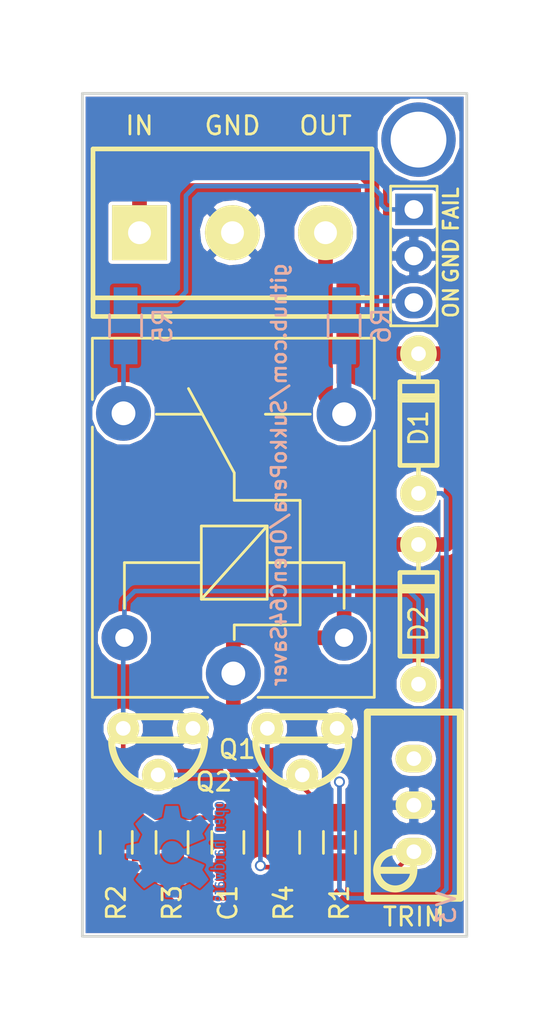
<source format=kicad_pcb>
(kicad_pcb (version 4) (host pcbnew 4.0.7)

  (general
    (links 27)
    (no_connects 0)
    (area 136.504999 73.604999 157.655001 119.755001)
    (thickness 1.6)
    (drawings 15)
    (tracks 84)
    (zones 0)
    (modules 17)
    (nets 11)
  )

  (page A4)
  (title_block
    (title OpenC64Saver)
    (date 2017-09-02)
    (rev 2)
    (company SukkoPera)
    (comment 1 "Original circuit by Ray Carlsen CET - Carlsen Electronics")
    (comment 2 http://personalpages.tds.net/~~rcarlsen/cbm/c64/SAVER/saver%20schematic.jpg)
  )

  (layers
    (0 F.Cu signal)
    (31 B.Cu signal)
    (36 B.SilkS user)
    (37 F.SilkS user)
    (38 B.Mask user)
    (39 F.Mask user)
    (44 Edge.Cuts user)
    (49 F.Fab user hide)
  )

  (setup
    (last_trace_width 0.25)
    (trace_clearance 0.2)
    (zone_clearance 0.1)
    (zone_45_only no)
    (trace_min 0.2)
    (segment_width 0.2)
    (edge_width 0.15)
    (via_size 0.6)
    (via_drill 0.4)
    (via_min_size 0.4)
    (via_min_drill 0.3)
    (uvia_size 0.3)
    (uvia_drill 0.1)
    (uvias_allowed no)
    (uvia_min_size 0.2)
    (uvia_min_drill 0.1)
    (pcb_text_width 0.3)
    (pcb_text_size 1.5 1.5)
    (mod_edge_width 0.15)
    (mod_text_size 1 1)
    (mod_text_width 0.15)
    (pad_size 4.064 4.064)
    (pad_drill 3.048)
    (pad_to_mask_clearance 0)
    (aux_axis_origin 0 0)
    (grid_origin 157.58 119.68)
    (visible_elements FFFFFF7F)
    (pcbplotparams
      (layerselection 0x010f0_80000001)
      (usegerberextensions false)
      (excludeedgelayer true)
      (linewidth 0.100000)
      (plotframeref false)
      (viasonmask false)
      (mode 1)
      (useauxorigin false)
      (hpglpennumber 1)
      (hpglpenspeed 20)
      (hpglpendiameter 15)
      (hpglpenoverlay 2)
      (psnegative false)
      (psa4output false)
      (plotreference true)
      (plotvalue true)
      (plotinvisibletext false)
      (padsonsilk false)
      (subtractmaskfromsilk false)
      (outputformat 1)
      (mirror false)
      (drillshape 0)
      (scaleselection 1)
      (outputdirectory gerbers/))
  )

  (net 0 "")
  (net 1 "Net-(C1-Pad1)")
  (net 2 GND)
  (net 3 VCC)
  (net 4 "Net-(D1-Pad2)")
  (net 5 "Net-(D3-Pad1)")
  (net 6 +5V)
  (net 7 "Net-(Q1-Pad2)")
  (net 8 "Net-(Q1-Pad3)")
  (net 9 "Net-(R6-Pad1)")
  (net 10 "Net-(D3-Pad3)")

  (net_class Default "This is the default net class."
    (clearance 0.2)
    (trace_width 0.25)
    (via_dia 0.6)
    (via_drill 0.4)
    (uvia_dia 0.3)
    (uvia_drill 0.1)
    (add_net "Net-(C1-Pad1)")
    (add_net "Net-(D1-Pad2)")
    (add_net "Net-(D3-Pad1)")
    (add_net "Net-(D3-Pad3)")
    (add_net "Net-(Q1-Pad2)")
    (add_net "Net-(Q1-Pad3)")
    (add_net "Net-(R6-Pad1)")
  )

  (net_class Power ""
    (clearance 0.2)
    (trace_width 0.8)
    (via_dia 0.8)
    (via_drill 0.6)
    (uvia_dia 0.3)
    (uvia_drill 0.1)
    (add_net +5V)
    (add_net GND)
    (add_net VCC)
  )

  (module Pin_Headers:Pin_Header_Straight_1x03 (layer F.Cu) (tedit 59AB17A5) (tstamp 59A321E0)
    (at 154.686 80.01)
    (descr "Through hole pin header")
    (tags "pin header")
    (path /5976BDA1)
    (fp_text reference D3 (at 0 -5.1) (layer F.SilkS) hide
      (effects (font (size 1 1) (thickness 0.15)))
    )
    (fp_text value LED_Dual_ACA (at 0 -3.1) (layer F.Fab) hide
      (effects (font (size 1 1) (thickness 0.15)))
    )
    (fp_line (start -1.75 -1.75) (end -1.75 6.85) (layer F.CrtYd) (width 0.05))
    (fp_line (start 1.75 -1.75) (end 1.75 6.85) (layer F.CrtYd) (width 0.05))
    (fp_line (start -1.75 -1.75) (end 1.75 -1.75) (layer F.CrtYd) (width 0.05))
    (fp_line (start -1.75 6.85) (end 1.75 6.85) (layer F.CrtYd) (width 0.05))
    (fp_line (start -1.27 -1.27) (end -1.27 6.35) (layer F.SilkS) (width 0.15))
    (fp_line (start -1.27 6.35) (end 1.27 6.35) (layer F.SilkS) (width 0.15))
    (fp_line (start 1.27 6.35) (end 1.27 -1.27) (layer F.SilkS) (width 0.15))
    (fp_line (start 1.27 -1.27) (end -1.27 -1.27) (layer F.SilkS) (width 0.15))
    (pad 1 thru_hole rect (at 0 0) (size 2.032 1.7272) (drill 1.016) (layers *.Cu *.Mask)
      (net 5 "Net-(D3-Pad1)"))
    (pad 2 thru_hole oval (at 0 2.54) (size 2.032 1.7272) (drill 1.016) (layers *.Cu *.Mask)
      (net 2 GND))
    (pad 3 thru_hole oval (at 0 5.08) (size 2.032 1.7272) (drill 1.016) (layers *.Cu *.Mask)
      (net 10 "Net-(D3-Pad3)"))
    (model Pin_Headers.3dshapes/Pin_Header_Straight_1x03.wrl
      (at (xyz 0 -0.1 0))
      (scale (xyz 1 1 1))
      (rotate (xyz 0 0 90))
    )
  )

  (module Connectors:1pin (layer F.Cu) (tedit 59AB176E) (tstamp 59AC0291)
    (at 154.94 76.2)
    (descr "module 1 pin (ou trou mecanique de percage)")
    (tags DEV)
    (fp_text reference REF** (at 0 -3.048) (layer F.SilkS) hide
      (effects (font (size 1 1) (thickness 0.15)))
    )
    (fp_text value 1pin (at 0 2.794) (layer F.Fab)
      (effects (font (size 1 1) (thickness 0.15)))
    )
    (pad "" thru_hole circle (at 0 0) (size 4.064 4.064) (drill 3.048) (layers *.Cu *.Mask))
  )

  (module pth_diodes:diode_do35 (layer F.Cu) (tedit 59A2908F) (tstamp 59766E1A)
    (at 154.94 91.694 90)
    (descr "Diode, DO-35 package")
    (path /59765F9C)
    (fp_text reference D1 (at -0.254 0 90) (layer F.SilkS)
      (effects (font (size 1 1) (thickness 0.15)))
    )
    (fp_text value "ZENER 4.7V" (at -2.032 2.54 90) (layer F.SilkS) hide
      (effects (font (thickness 0.3048)))
    )
    (fp_line (start 1.524 1.016) (end 1.524 -1.016) (layer F.SilkS) (width 0.254))
    (fp_line (start 1.27 -1.016) (end 1.27 1.016) (layer F.SilkS) (width 0.254))
    (fp_line (start 3.81 0) (end 2.286 0) (layer F.SilkS) (width 0.254))
    (fp_line (start -2.286 0) (end -3.81 0) (layer F.SilkS) (width 0.254))
    (fp_line (start -2.286 -1.016) (end 2.286 -1.016) (layer F.SilkS) (width 0.254))
    (fp_line (start 2.286 -1.016) (end 2.286 1.016) (layer F.SilkS) (width 0.254))
    (fp_line (start 2.286 1.016) (end -2.286 1.016) (layer F.SilkS) (width 0.254))
    (fp_line (start -2.286 1.016) (end -2.286 -1.016) (layer F.SilkS) (width 0.254))
    (pad 2 thru_hole circle (at -3.81 0 90) (size 1.99898 1.99898) (drill 0.8001) (layers *.Cu *.Mask F.SilkS)
      (net 4 "Net-(D1-Pad2)"))
    (pad 1 thru_hole circle (at 3.81 0 90) (size 1.99898 1.99898) (drill 0.8001) (layers *.Cu *.Mask F.SilkS)
      (net 3 VCC))
    (model /home/sukko/Documents/kicad/libKiCad/3d/pth_diodes/diode_do35.wrl
      (at (xyz 0 0 0))
      (scale (xyz 1 1 1))
      (rotate (xyz 0 0 0))
    )
  )

  (module pth_diodes:diode_do35 (layer F.Cu) (tedit 59A28FAD) (tstamp 59766E20)
    (at 154.94 102.108 90)
    (descr "Diode, DO-35 package")
    (path /59766BE3)
    (fp_text reference D2 (at -0.508 0 90) (layer F.SilkS)
      (effects (font (size 1 1) (thickness 0.15)))
    )
    (fp_text value 1N4148 (at 0 2.794 90) (layer F.SilkS) hide
      (effects (font (thickness 0.3048)))
    )
    (fp_line (start 1.524 1.016) (end 1.524 -1.016) (layer F.SilkS) (width 0.254))
    (fp_line (start 1.27 -1.016) (end 1.27 1.016) (layer F.SilkS) (width 0.254))
    (fp_line (start 3.81 0) (end 2.286 0) (layer F.SilkS) (width 0.254))
    (fp_line (start -2.286 0) (end -3.81 0) (layer F.SilkS) (width 0.254))
    (fp_line (start -2.286 -1.016) (end 2.286 -1.016) (layer F.SilkS) (width 0.254))
    (fp_line (start 2.286 -1.016) (end 2.286 1.016) (layer F.SilkS) (width 0.254))
    (fp_line (start 2.286 1.016) (end -2.286 1.016) (layer F.SilkS) (width 0.254))
    (fp_line (start -2.286 1.016) (end -2.286 -1.016) (layer F.SilkS) (width 0.254))
    (pad 2 thru_hole circle (at -3.81 0 90) (size 1.99898 1.99898) (drill 0.8001) (layers *.Cu *.Mask F.SilkS)
      (net 1 "Net-(C1-Pad1)"))
    (pad 1 thru_hole circle (at 3.81 0 90) (size 1.99898 1.99898) (drill 0.8001) (layers *.Cu *.Mask F.SilkS)
      (net 3 VCC))
    (model /home/sukko/Documents/kicad/libKiCad/3d/pth_diodes/diode_do35.wrl
      (at (xyz 0 0 0))
      (scale (xyz 1 1 1))
      (rotate (xyz 0 0 0))
    )
  )

  (module Resistors_SMD:R_0805_HandSoldering (layer F.Cu) (tedit 58307B90) (tstamp 59766E14)
    (at 144.526 114.554 270)
    (descr "Resistor SMD 0805, hand soldering")
    (tags "resistor 0805")
    (path /597660AB)
    (attr smd)
    (fp_text reference C1 (at 3.302 0 270) (layer F.SilkS)
      (effects (font (size 1 1) (thickness 0.15)))
    )
    (fp_text value 0.2u (at -4.064 0 270) (layer F.Fab)
      (effects (font (size 1 1) (thickness 0.15)))
    )
    (fp_line (start -1 0.625) (end -1 -0.625) (layer F.Fab) (width 0.1))
    (fp_line (start 1 0.625) (end -1 0.625) (layer F.Fab) (width 0.1))
    (fp_line (start 1 -0.625) (end 1 0.625) (layer F.Fab) (width 0.1))
    (fp_line (start -1 -0.625) (end 1 -0.625) (layer F.Fab) (width 0.1))
    (fp_line (start -2.4 -1) (end 2.4 -1) (layer F.CrtYd) (width 0.05))
    (fp_line (start -2.4 1) (end 2.4 1) (layer F.CrtYd) (width 0.05))
    (fp_line (start -2.4 -1) (end -2.4 1) (layer F.CrtYd) (width 0.05))
    (fp_line (start 2.4 -1) (end 2.4 1) (layer F.CrtYd) (width 0.05))
    (fp_line (start 0.6 0.875) (end -0.6 0.875) (layer F.SilkS) (width 0.15))
    (fp_line (start -0.6 -0.875) (end 0.6 -0.875) (layer F.SilkS) (width 0.15))
    (pad 1 smd rect (at -1.35 0 270) (size 1.5 1.3) (layers F.Cu F.Mask)
      (net 1 "Net-(C1-Pad1)"))
    (pad 2 smd rect (at 1.35 0 270) (size 1.5 1.3) (layers F.Cu F.Mask)
      (net 2 GND))
    (model /home/sukko/Documents/kicad/lib/kicad_libs/modules/packages3d/walter/smd_cap/c_0805.wrl
      (at (xyz 0 0 0))
      (scale (xyz 1 1 1))
      (rotate (xyz 0 0 0))
    )
  )

  (module pth_resistors:trimmer_vishay_64w (layer F.Cu) (tedit 59AAF376) (tstamp 59766E43)
    (at 154.686 112.522 180)
    (descr "trimmer, multiturn cermet, Vishay 64W")
    (tags trimmer)
    (path /59768CBA)
    (fp_text reference R7 (at 0 6.604 180) (layer F.SilkS) hide
      (effects (font (thickness 0.3048)))
    )
    (fp_text value 5K (at 4.318 0 270) (layer F.SilkS) hide
      (effects (font (thickness 0.3048)))
    )
    (fp_line (start 2.54 -5.08) (end 2.54 5.08) (layer F.SilkS) (width 0.381))
    (fp_line (start 2.54 5.08) (end -2.54 5.08) (layer F.SilkS) (width 0.381))
    (fp_line (start -2.54 5.08) (end -2.54 -5.08) (layer F.SilkS) (width 0.381))
    (fp_line (start 0 -3.556) (end 2.032 -3.556) (layer F.SilkS) (width 0.381))
    (fp_circle (center 1.016 -3.556) (end 2.032 -3.556) (layer F.SilkS) (width 0.381))
    (fp_line (start 2.54 -5.08) (end -2.54 -5.08) (layer F.SilkS) (width 0.381))
    (pad 1 thru_hole oval (at 0 -2.54 180) (size 1.99898 1.50114) (drill 0.8001) (layers *.Cu *.Mask F.SilkS)
      (net 7 "Net-(Q1-Pad2)"))
    (pad 2 thru_hole oval (at 0 0 180) (size 1.99898 1.50114) (drill 0.8001) (layers *.Cu *.Mask F.SilkS)
      (net 2 GND))
    (pad 3 thru_hole oval (at 0 2.54 180) (size 1.99898 1.50114) (drill 0.8001) (layers *.Cu *.Mask F.SilkS))
    (model /home/sukko/Documents/kicad/libKiCad/3d/pth_resistors/trimmer_vishay_64w.wrl
      (at (xyz 0 0 0))
      (scale (xyz 1 1 1))
      (rotate (xyz 0 0 0))
    )
  )

  (module Resistors_SMD:R_0805_HandSoldering (layer F.Cu) (tedit 59AAF250) (tstamp 59766E49)
    (at 150.622 114.554 270)
    (descr "Resistor SMD 0805, hand soldering")
    (tags "resistor 0805")
    (path /59765E4A)
    (attr smd)
    (fp_text reference R1 (at 3.302 0 270) (layer F.SilkS)
      (effects (font (size 1 1) (thickness 0.15)))
    )
    (fp_text value 2.2k (at -3.302 0 270) (layer F.Fab)
      (effects (font (size 1 1) (thickness 0.15)))
    )
    (fp_line (start -1 0.625) (end -1 -0.625) (layer F.Fab) (width 0.1))
    (fp_line (start 1 0.625) (end -1 0.625) (layer F.Fab) (width 0.1))
    (fp_line (start 1 -0.625) (end 1 0.625) (layer F.Fab) (width 0.1))
    (fp_line (start -1 -0.625) (end 1 -0.625) (layer F.Fab) (width 0.1))
    (fp_line (start -2.4 -1) (end 2.4 -1) (layer F.CrtYd) (width 0.05))
    (fp_line (start -2.4 1) (end 2.4 1) (layer F.CrtYd) (width 0.05))
    (fp_line (start -2.4 -1) (end -2.4 1) (layer F.CrtYd) (width 0.05))
    (fp_line (start 2.4 -1) (end 2.4 1) (layer F.CrtYd) (width 0.05))
    (fp_line (start 0.6 0.875) (end -0.6 0.875) (layer F.SilkS) (width 0.15))
    (fp_line (start -0.6 -0.875) (end 0.6 -0.875) (layer F.SilkS) (width 0.15))
    (pad 1 smd rect (at -1.35 0 270) (size 1.5 1.3) (layers F.Cu F.Mask)
      (net 4 "Net-(D1-Pad2)"))
    (pad 2 smd rect (at 1.35 0 270) (size 1.5 1.3) (layers F.Cu F.Mask)
      (net 7 "Net-(Q1-Pad2)"))
    (model /home/sukko/Documents/kicad/lib/kicad_libs/modules/packages3d/walter/smd_resistors/r_0805.wrl
      (at (xyz 0 0 0))
      (scale (xyz 1 1 1))
      (rotate (xyz 0 0 0))
    )
  )

  (module Resistors_SMD:R_0805_HandSoldering (layer F.Cu) (tedit 59AAF249) (tstamp 59766E4F)
    (at 138.43 114.554 90)
    (descr "Resistor SMD 0805, hand soldering")
    (tags "resistor 0805")
    (path /59765DBB)
    (attr smd)
    (fp_text reference R2 (at -3.302 0 90) (layer F.SilkS)
      (effects (font (size 1 1) (thickness 0.15)))
    )
    (fp_text value 10k (at 4.064 0 90) (layer F.Fab)
      (effects (font (size 1 1) (thickness 0.15)))
    )
    (fp_line (start -1 0.625) (end -1 -0.625) (layer F.Fab) (width 0.1))
    (fp_line (start 1 0.625) (end -1 0.625) (layer F.Fab) (width 0.1))
    (fp_line (start 1 -0.625) (end 1 0.625) (layer F.Fab) (width 0.1))
    (fp_line (start -1 -0.625) (end 1 -0.625) (layer F.Fab) (width 0.1))
    (fp_line (start -2.4 -1) (end 2.4 -1) (layer F.CrtYd) (width 0.05))
    (fp_line (start -2.4 1) (end 2.4 1) (layer F.CrtYd) (width 0.05))
    (fp_line (start -2.4 -1) (end -2.4 1) (layer F.CrtYd) (width 0.05))
    (fp_line (start 2.4 -1) (end 2.4 1) (layer F.CrtYd) (width 0.05))
    (fp_line (start 0.6 0.875) (end -0.6 0.875) (layer F.SilkS) (width 0.15))
    (fp_line (start -0.6 -0.875) (end 0.6 -0.875) (layer F.SilkS) (width 0.15))
    (pad 1 smd rect (at -1.35 0 90) (size 1.5 1.3) (layers F.Cu F.Mask)
      (net 7 "Net-(Q1-Pad2)"))
    (pad 2 smd rect (at 1.35 0 90) (size 1.5 1.3) (layers F.Cu F.Mask)
      (net 2 GND))
    (model /home/sukko/Documents/kicad/lib/kicad_libs/modules/packages3d/walter/smd_resistors/r_0805.wrl
      (at (xyz 0 0 0))
      (scale (xyz 1 1 1))
      (rotate (xyz 0 0 0))
    )
  )

  (module Resistors_SMD:R_0805_HandSoldering (layer F.Cu) (tedit 58307B90) (tstamp 59766E55)
    (at 147.574 114.554 270)
    (descr "Resistor SMD 0805, hand soldering")
    (tags "resistor 0805")
    (path /597663FA)
    (attr smd)
    (fp_text reference R4 (at 3.302 0 270) (layer F.SilkS)
      (effects (font (size 1 1) (thickness 0.15)))
    )
    (fp_text value 2.2k (at -4.064 0 270) (layer F.Fab)
      (effects (font (size 1 1) (thickness 0.15)))
    )
    (fp_line (start -1 0.625) (end -1 -0.625) (layer F.Fab) (width 0.1))
    (fp_line (start 1 0.625) (end -1 0.625) (layer F.Fab) (width 0.1))
    (fp_line (start 1 -0.625) (end 1 0.625) (layer F.Fab) (width 0.1))
    (fp_line (start -1 -0.625) (end 1 -0.625) (layer F.Fab) (width 0.1))
    (fp_line (start -2.4 -1) (end 2.4 -1) (layer F.CrtYd) (width 0.05))
    (fp_line (start -2.4 1) (end 2.4 1) (layer F.CrtYd) (width 0.05))
    (fp_line (start -2.4 -1) (end -2.4 1) (layer F.CrtYd) (width 0.05))
    (fp_line (start 2.4 -1) (end 2.4 1) (layer F.CrtYd) (width 0.05))
    (fp_line (start 0.6 0.875) (end -0.6 0.875) (layer F.SilkS) (width 0.15))
    (fp_line (start -0.6 -0.875) (end 0.6 -0.875) (layer F.SilkS) (width 0.15))
    (pad 1 smd rect (at -1.35 0 270) (size 1.5 1.3) (layers F.Cu F.Mask)
      (net 3 VCC))
    (pad 2 smd rect (at 1.35 0 270) (size 1.5 1.3) (layers F.Cu F.Mask)
      (net 8 "Net-(Q1-Pad3)"))
    (model /home/sukko/Documents/kicad/lib/kicad_libs/modules/packages3d/walter/smd_resistors/r_0805.wrl
      (at (xyz 0 0 0))
      (scale (xyz 1 1 1))
      (rotate (xyz 0 0 0))
    )
  )

  (module Resistors_SMD:R_0805_HandSoldering (layer F.Cu) (tedit 59AAF2AF) (tstamp 59766E5B)
    (at 141.478 114.554 270)
    (descr "Resistor SMD 0805, hand soldering")
    (tags "resistor 0805")
    (path /5976603D)
    (attr smd)
    (fp_text reference R3 (at 3.302 0 270) (layer F.SilkS)
      (effects (font (size 1 1) (thickness 0.15)))
    )
    (fp_text value 220k (at -4.318 0 270) (layer F.Fab)
      (effects (font (size 1 1) (thickness 0.15)))
    )
    (fp_line (start -1 0.625) (end -1 -0.625) (layer F.Fab) (width 0.1))
    (fp_line (start 1 0.625) (end -1 0.625) (layer F.Fab) (width 0.1))
    (fp_line (start 1 -0.625) (end 1 0.625) (layer F.Fab) (width 0.1))
    (fp_line (start -1 -0.625) (end 1 -0.625) (layer F.Fab) (width 0.1))
    (fp_line (start -2.4 -1) (end 2.4 -1) (layer F.CrtYd) (width 0.05))
    (fp_line (start -2.4 1) (end 2.4 1) (layer F.CrtYd) (width 0.05))
    (fp_line (start -2.4 -1) (end -2.4 1) (layer F.CrtYd) (width 0.05))
    (fp_line (start 2.4 -1) (end 2.4 1) (layer F.CrtYd) (width 0.05))
    (fp_line (start 0.6 0.875) (end -0.6 0.875) (layer F.SilkS) (width 0.15))
    (fp_line (start -0.6 -0.875) (end 0.6 -0.875) (layer F.SilkS) (width 0.15))
    (pad 1 smd rect (at -1.35 0 270) (size 1.5 1.3) (layers F.Cu F.Mask)
      (net 1 "Net-(C1-Pad1)"))
    (pad 2 smd rect (at 1.35 0 270) (size 1.5 1.3) (layers F.Cu F.Mask)
      (net 7 "Net-(Q1-Pad2)"))
    (model /home/sukko/Documents/kicad/lib/kicad_libs/modules/packages3d/walter/smd_resistors/r_0805.wrl
      (at (xyz 0 0 0))
      (scale (xyz 1 1 1))
      (rotate (xyz 0 0 0))
    )
  )

  (module Resistors_SMD:R_0805_HandSoldering (layer B.Cu) (tedit 59AAF35E) (tstamp 59766E61)
    (at 138.938 86.36 90)
    (descr "Resistor SMD 0805, hand soldering")
    (tags "resistor 0805")
    (path /597671B5)
    (attr smd)
    (fp_text reference R5 (at 0 2.032 90) (layer B.SilkS)
      (effects (font (size 1 1) (thickness 0.15)) (justify mirror))
    )
    (fp_text value 1k (at 3.302 0 90) (layer B.Fab)
      (effects (font (size 1 1) (thickness 0.15)) (justify mirror))
    )
    (fp_line (start -1 -0.625) (end -1 0.625) (layer B.Fab) (width 0.1))
    (fp_line (start 1 -0.625) (end -1 -0.625) (layer B.Fab) (width 0.1))
    (fp_line (start 1 0.625) (end 1 -0.625) (layer B.Fab) (width 0.1))
    (fp_line (start -1 0.625) (end 1 0.625) (layer B.Fab) (width 0.1))
    (fp_line (start -2.4 1) (end 2.4 1) (layer B.CrtYd) (width 0.05))
    (fp_line (start -2.4 -1) (end 2.4 -1) (layer B.CrtYd) (width 0.05))
    (fp_line (start -2.4 1) (end -2.4 -1) (layer B.CrtYd) (width 0.05))
    (fp_line (start 2.4 1) (end 2.4 -1) (layer B.CrtYd) (width 0.05))
    (fp_line (start 0.6 -0.875) (end -0.6 -0.875) (layer B.SilkS) (width 0.15))
    (fp_line (start -0.6 0.875) (end 0.6 0.875) (layer B.SilkS) (width 0.15))
    (pad 1 smd rect (at -1.35 0 90) (size 1.5 1.3) (layers B.Cu B.Mask)
      (net 9 "Net-(R6-Pad1)"))
    (pad 2 smd rect (at 1.35 0 90) (size 1.5 1.3) (layers B.Cu B.Mask)
      (net 5 "Net-(D3-Pad1)"))
    (model /home/sukko/Documents/kicad/lib/kicad_libs/modules/packages3d/walter/smd_resistors/r_0805.wrl
      (at (xyz 0 0 0))
      (scale (xyz 1 1 1))
      (rotate (xyz 0 0 0))
    )
  )

  (module Resistors_SMD:R_0805_HandSoldering (layer B.Cu) (tedit 59AAF361) (tstamp 59766E67)
    (at 150.876 86.36 90)
    (descr "Resistor SMD 0805, hand soldering")
    (tags "resistor 0805")
    (path /59768A52)
    (attr smd)
    (fp_text reference R6 (at 0 2.032 90) (layer B.SilkS)
      (effects (font (size 1 1) (thickness 0.15)) (justify mirror))
    )
    (fp_text value 1k (at 3.302 0 90) (layer B.Fab)
      (effects (font (size 1 1) (thickness 0.15)) (justify mirror))
    )
    (fp_line (start -1 -0.625) (end -1 0.625) (layer B.Fab) (width 0.1))
    (fp_line (start 1 -0.625) (end -1 -0.625) (layer B.Fab) (width 0.1))
    (fp_line (start 1 0.625) (end 1 -0.625) (layer B.Fab) (width 0.1))
    (fp_line (start -1 0.625) (end 1 0.625) (layer B.Fab) (width 0.1))
    (fp_line (start -2.4 1) (end 2.4 1) (layer B.CrtYd) (width 0.05))
    (fp_line (start -2.4 -1) (end 2.4 -1) (layer B.CrtYd) (width 0.05))
    (fp_line (start -2.4 1) (end -2.4 -1) (layer B.CrtYd) (width 0.05))
    (fp_line (start 2.4 1) (end 2.4 -1) (layer B.CrtYd) (width 0.05))
    (fp_line (start 0.6 -0.875) (end -0.6 -0.875) (layer B.SilkS) (width 0.15))
    (fp_line (start -0.6 0.875) (end 0.6 0.875) (layer B.SilkS) (width 0.15))
    (pad 1 smd rect (at -1.35 0 90) (size 1.5 1.3) (layers B.Cu B.Mask)
      (net 6 +5V))
    (pad 2 smd rect (at 1.35 0 90) (size 1.5 1.3) (layers B.Cu B.Mask)
      (net 10 "Net-(D3-Pad3)"))
    (model /home/sukko/Documents/kicad/lib/kicad_libs/modules/packages3d/walter/smd_resistors/r_0805.wrl
      (at (xyz 0 0 0))
      (scale (xyz 1 1 1))
      (rotate (xyz 0 0 0))
    )
  )

  (module Relays_THT:Relay_SANYOU_SRD_Series_Form_C (layer F.Cu) (tedit 59767EC5) (tstamp 59767007)
    (at 144.826 105.336 90)
    (descr "relay, Sanyou SRD series Form C")
    (path /59766AA9)
    (fp_text reference RL1 (at 8.1 9.2 90) (layer F.SilkS) hide
      (effects (font (size 1 1) (thickness 0.15)))
    )
    (fp_text value SRD-05VDC-SL-C (at 8 -9.6 90) (layer F.Fab) hide
      (effects (font (size 1 1) (thickness 0.15)))
    )
    (fp_line (start 15 7.7) (end 18.3 7.7) (layer F.SilkS) (width 0.15))
    (fp_line (start 18.3 7.7) (end 18.3 -7.7) (layer F.SilkS) (width 0.15))
    (fp_line (start 18.3 -7.7) (end 14.95 -7.7) (layer F.SilkS) (width 0.15))
    (fp_line (start -1.3 1.35) (end -1.3 7.7) (layer F.SilkS) (width 0.15))
    (fp_line (start -1.3 7.7) (end 13.25 7.7) (layer F.SilkS) (width 0.15))
    (fp_line (start -1.3 -1.4) (end -1.3 -7.7) (layer F.SilkS) (width 0.15))
    (fp_line (start -1.3 -7.7) (end 13.45 -7.7) (layer F.SilkS) (width 0.15))
    (fp_line (start -1.3 -7.65) (end -1.3 -1.4) (layer F.SilkS) (width 0.15))
    (fp_line (start 14.15 4.2) (end 14.15 1.75) (layer F.SilkS) (width 0.15))
    (fp_line (start 14.15 -4.2) (end 14.15 -1.7) (layer F.SilkS) (width 0.15))
    (fp_line (start 3.55 6.05) (end 6.05 6.05) (layer F.SilkS) (width 0.15))
    (fp_line (start 2.65 0.05) (end 1.85 0.05) (layer F.SilkS) (width 0.15))
    (fp_line (start 6.05 -5.95) (end 3.55 -5.95) (layer F.SilkS) (width 0.15))
    (fp_line (start 9.45 0.05) (end 10.95 0.05) (layer F.SilkS) (width 0.15))
    (fp_line (start 10.95 0.05) (end 15.55 -2.45) (layer F.SilkS) (width 0.15))
    (fp_line (start 9.45 3.65) (end 2.65 3.65) (layer F.SilkS) (width 0.15))
    (fp_line (start 9.45 0.05) (end 9.45 3.65) (layer F.SilkS) (width 0.15))
    (fp_line (start 2.65 0.05) (end 2.65 3.65) (layer F.SilkS) (width 0.15))
    (fp_line (start 6.05 -5.95) (end 6.05 -1.75) (layer F.SilkS) (width 0.15))
    (fp_line (start 6.05 1.85) (end 6.05 6.05) (layer F.SilkS) (width 0.15))
    (fp_line (start 8.05 1.85) (end 4.05 -1.75) (layer F.SilkS) (width 0.15))
    (fp_line (start 4.05 1.85) (end 4.05 -1.75) (layer F.SilkS) (width 0.15))
    (fp_line (start 4.05 -1.75) (end 8.05 -1.75) (layer F.SilkS) (width 0.15))
    (fp_line (start 8.05 -1.75) (end 8.05 1.85) (layer F.SilkS) (width 0.15))
    (fp_line (start 8.05 1.85) (end 4.05 1.85) (layer F.SilkS) (width 0.15))
    (pad 2 thru_hole circle (at 1.95 6.05 180) (size 2.5 2.5) (drill 1) (layers *.Cu *.Mask)
      (net 3 VCC))
    (pad 3 thru_hole circle (at 14.15 6.05 180) (size 3 3) (drill 1.3) (layers *.Cu *.Mask)
      (net 6 +5V))
    (pad 4 thru_hole circle (at 14.2 -6 180) (size 3 3) (drill 1.3) (layers *.Cu *.Mask)
      (net 9 "Net-(R6-Pad1)"))
    (pad 5 thru_hole circle (at 1.95 -5.95 180) (size 2.5 2.5) (drill 1) (layers *.Cu *.Mask)
      (net 1 "Net-(C1-Pad1)"))
    (pad 1 thru_hole circle (at 0 0 180) (size 3 3) (drill 1.3) (layers *.Cu *.Mask)
      (net 3 VCC))
    (model Relays_ThroughHole.3dshapes/Relay_SANYOU_SRD_Series_Form_C.wrl
      (at (xyz 0 0 0))
      (scale (xyz 1 1 1))
      (rotate (xyz 0 0 0))
    )
  )

  (module conn_screw:mors_3p (layer F.Cu) (tedit 597797CD) (tstamp 59767E2F)
    (at 144.78 81.28)
    (descr "Terminal block 3 pins")
    (tags DEV)
    (path /5976AA96)
    (fp_text reference J1 (at 0 -5.842) (layer F.SilkS) hide
      (effects (font (thickness 0.3048)))
    )
    (fp_text value "Power I/O" (at 0 -6.096) (layer F.SilkS) hide
      (effects (font (thickness 0.3048)))
    )
    (fp_line (start -7.62 4.572) (end -7.62 3.556) (layer F.SilkS) (width 0.254))
    (fp_line (start -7.62 3.556) (end 7.62 3.556) (layer F.SilkS) (width 0.254))
    (fp_line (start 7.62 3.556) (end 7.62 4.572) (layer F.SilkS) (width 0.254))
    (fp_line (start 7.62 4.572) (end -7.62 4.572) (layer F.SilkS) (width 0.254))
    (fp_line (start -7.62 -4.572) (end -7.62 -3.81) (layer F.SilkS) (width 0.254))
    (fp_line (start -7.62 -4.572) (end 7.62 -4.572) (layer F.SilkS) (width 0.254))
    (fp_line (start 7.62 -4.572) (end 7.62 -3.81) (layer F.SilkS) (width 0.254))
    (fp_line (start -7.62 3.81) (end -7.62 -3.81) (layer F.SilkS) (width 0.254))
    (fp_line (start 7.62 3.81) (end 7.62 -3.81) (layer F.SilkS) (width 0.254))
    (pad 1 thru_hole rect (at -5.08 0) (size 2.99974 2.99974) (drill 1.24968) (layers *.Cu *.Mask F.SilkS)
      (net 3 VCC))
    (pad 2 thru_hole circle (at 0 0) (size 2.99974 2.99974) (drill 1.24968) (layers *.Cu *.Mask F.SilkS)
      (net 2 GND))
    (pad 3 thru_hole circle (at 5.08 0) (size 2.99974 2.99974) (drill 1.24968) (layers *.Cu *.Mask F.SilkS)
      (net 6 +5V))
    (model /home/sukko/Documents/kicad/libKiCad/3d/conn_screw/mors_3p.wrl
      (at (xyz 0 0 0))
      (scale (xyz 1 1 1))
      (rotate (xyz 0 0 0))
    )
  )

  (module C64Saver:to92_ebc (layer F.Cu) (tedit 59A2BB96) (tstamp 59A321E6)
    (at 148.59 108.966 180)
    (descr TO92_EBC)
    (path /59765D89)
    (fp_text reference Q1 (at 3.556 -0.508 180) (layer F.SilkS)
      (effects (font (size 1 1) (thickness 0.15)))
    )
    (fp_text value PN2222A (at 1.524 3.175 180) (layer F.SilkS) hide
      (effects (font (thickness 0.3048)))
    )
    (fp_line (start 2.54 0) (end -2.54 0) (layer F.SilkS) (width 0.381))
    (fp_line (start 2.54 0) (end 1.905 1.27) (layer F.SilkS) (width 0.381))
    (fp_line (start 1.905 1.27) (end -1.905 1.27) (layer F.SilkS) (width 0.381))
    (fp_line (start -1.905 1.27) (end -2.54 0) (layer F.SilkS) (width 0.381))
    (fp_arc (start 0 0) (end 0 -2.54) (angle 90) (layer F.SilkS) (width 0.381))
    (fp_arc (start 0 0) (end -2.54 0) (angle 90) (layer F.SilkS) (width 0.381))
    (pad 3 thru_hole circle (at 1.905 0.635 180) (size 1.75006 1.75006) (drill 0.8001) (layers *.Cu *.Mask F.SilkS)
      (net 8 "Net-(Q1-Pad3)"))
    (pad 2 thru_hole circle (at 0 -1.905 180) (size 1.75006 1.75006) (drill 0.8001) (layers *.Cu *.Mask F.SilkS)
      (net 7 "Net-(Q1-Pad2)"))
    (pad 1 thru_hole circle (at -1.905 0.635 180) (size 1.75006 1.75006) (drill 0.8001) (layers *.Cu *.Mask F.SilkS)
      (net 2 GND))
    (model /home/sukko/Documents/kicad/libKiCad/3d/to/to92_3.wrl
      (at (xyz 0 0 0))
      (scale (xyz 1 1 1))
      (rotate (xyz 0 0 0))
    )
  )

  (module C64Saver:to92_ebc (layer F.Cu) (tedit 59A2BB96) (tstamp 59A321F2)
    (at 140.716 108.966 180)
    (descr TO92_EBC)
    (path /59765C85)
    (fp_text reference Q2 (at -3.048 -2.286 180) (layer F.SilkS)
      (effects (font (size 1 1) (thickness 0.15)))
    )
    (fp_text value PN2222A (at 1.524 3.175 180) (layer F.SilkS) hide
      (effects (font (thickness 0.3048)))
    )
    (fp_line (start 2.54 0) (end -2.54 0) (layer F.SilkS) (width 0.381))
    (fp_line (start 2.54 0) (end 1.905 1.27) (layer F.SilkS) (width 0.381))
    (fp_line (start 1.905 1.27) (end -1.905 1.27) (layer F.SilkS) (width 0.381))
    (fp_line (start -1.905 1.27) (end -2.54 0) (layer F.SilkS) (width 0.381))
    (fp_arc (start 0 0) (end 0 -2.54) (angle 90) (layer F.SilkS) (width 0.381))
    (fp_arc (start 0 0) (end -2.54 0) (angle 90) (layer F.SilkS) (width 0.381))
    (pad 3 thru_hole circle (at 1.905 0.635 180) (size 1.75006 1.75006) (drill 0.8001) (layers *.Cu *.Mask F.SilkS)
      (net 1 "Net-(C1-Pad1)"))
    (pad 2 thru_hole circle (at 0 -1.905 180) (size 1.75006 1.75006) (drill 0.8001) (layers *.Cu *.Mask F.SilkS)
      (net 8 "Net-(Q1-Pad3)"))
    (pad 1 thru_hole circle (at -1.905 0.635 180) (size 1.75006 1.75006) (drill 0.8001) (layers *.Cu *.Mask F.SilkS)
      (net 2 GND))
    (model /home/sukko/Documents/kicad/libKiCad/3d/to/to92_3.wrl
      (at (xyz 0 0 0))
      (scale (xyz 1 1 1))
      (rotate (xyz 0 0 0))
    )
  )

  (module w_logo:Logo_copper_OSHW_6x6mm (layer B.Cu) (tedit 0) (tstamp 59A323D4)
    (at 141.224 115.062 270)
    (descr "Open Hardware Logo, 6x6mm")
    (fp_text reference G*** (at 0 0 270) (layer B.SilkS) hide
      (effects (font (size 0.22606 0.22606) (thickness 0.04318)) (justify mirror))
    )
    (fp_text value LOGO (at 0 -0.3 270) (layer B.SilkS) hide
      (effects (font (size 0.22606 0.22606) (thickness 0.04318)) (justify mirror))
    )
    (fp_line (start 2.16 -2.62) (end 2.16 -3.08) (layer B.Cu) (width 0.075))
    (fp_line (start 2.25 -2.62) (end 2.3 -2.62) (layer B.Cu) (width 0.075))
    (fp_line (start 2.2 -2.65) (end 2.25 -2.62) (layer B.Cu) (width 0.075))
    (fp_line (start 2.18 -2.67) (end 2.2 -2.65) (layer B.Cu) (width 0.075))
    (fp_line (start 2.16 -2.74) (end 2.18 -2.67) (layer B.Cu) (width 0.075))
    (fp_line (start 2.6 -3.08) (end 2.65 -3.05) (layer B.Cu) (width 0.075))
    (fp_line (start 2.5 -3.08) (end 2.6 -3.08) (layer B.Cu) (width 0.075))
    (fp_line (start 2.46 -3.05) (end 2.5 -3.08) (layer B.Cu) (width 0.075))
    (fp_line (start 2.44 -2.98) (end 2.46 -3.05) (layer B.Cu) (width 0.075))
    (fp_line (start 2.44 -2.71) (end 2.44 -2.98) (layer B.Cu) (width 0.075))
    (fp_line (start 2.47 -2.65) (end 2.44 -2.71) (layer B.Cu) (width 0.075))
    (fp_line (start 2.51 -2.62) (end 2.47 -2.65) (layer B.Cu) (width 0.075))
    (fp_line (start 2.61 -2.62) (end 2.51 -2.62) (layer B.Cu) (width 0.075))
    (fp_line (start 2.65 -2.66) (end 2.61 -2.62) (layer B.Cu) (width 0.075))
    (fp_line (start 2.67 -2.73) (end 2.65 -2.66) (layer B.Cu) (width 0.075))
    (fp_line (start 2.67 -2.85) (end 2.67 -2.73) (layer B.Cu) (width 0.075))
    (fp_line (start 2.67 -2.85) (end 2.44 -2.85) (layer B.Cu) (width 0.075))
    (fp_line (start 1.92 -2.71) (end 1.92 -3.08) (layer B.Cu) (width 0.075))
    (fp_line (start 1.89 -2.65) (end 1.92 -2.71) (layer B.Cu) (width 0.075))
    (fp_line (start 1.85 -2.62) (end 1.89 -2.65) (layer B.Cu) (width 0.075))
    (fp_line (start 1.75 -2.62) (end 1.85 -2.62) (layer B.Cu) (width 0.075))
    (fp_line (start 1.7 -2.65) (end 1.75 -2.62) (layer B.Cu) (width 0.075))
    (fp_line (start 1.76 -2.81) (end 1.71 -2.84) (layer B.Cu) (width 0.075))
    (fp_line (start 1.88 -2.81) (end 1.76 -2.81) (layer B.Cu) (width 0.075))
    (fp_line (start 1.92 -2.78) (end 1.88 -2.81) (layer B.Cu) (width 0.075))
    (fp_line (start 1.87 -3.08) (end 1.92 -3.04) (layer B.Cu) (width 0.075))
    (fp_line (start 1.75 -3.08) (end 1.87 -3.08) (layer B.Cu) (width 0.075))
    (fp_line (start 1.7 -3.04) (end 1.75 -3.08) (layer B.Cu) (width 0.075))
    (fp_line (start 1.68 -2.98) (end 1.7 -3.04) (layer B.Cu) (width 0.075))
    (fp_line (start 1.68 -2.91) (end 1.68 -2.98) (layer B.Cu) (width 0.075))
    (fp_line (start 1.71 -2.84) (end 1.68 -2.91) (layer B.Cu) (width 0.075))
    (fp_line (start 1.13 -2.62) (end 1.23 -3.08) (layer B.Cu) (width 0.075))
    (fp_line (start 1.23 -3.08) (end 1.32 -2.74) (layer B.Cu) (width 0.075))
    (fp_line (start 1.32 -2.74) (end 1.42 -3.08) (layer B.Cu) (width 0.075))
    (fp_line (start 1.42 -3.08) (end 1.52 -2.62) (layer B.Cu) (width 0.075))
    (fp_line (start 0.94 -3.05) (end 0.9 -3.08) (layer B.Cu) (width 0.075))
    (fp_line (start 0.9 -3.08) (end 0.79 -3.08) (layer B.Cu) (width 0.075))
    (fp_line (start 0.79 -3.08) (end 0.75 -3.05) (layer B.Cu) (width 0.075))
    (fp_line (start 0.75 -3.05) (end 0.73 -3.02) (layer B.Cu) (width 0.075))
    (fp_line (start 0.73 -3.02) (end 0.7 -2.95) (layer B.Cu) (width 0.075))
    (fp_line (start 0.7 -2.95) (end 0.7 -2.75) (layer B.Cu) (width 0.075))
    (fp_line (start 0.7 -2.75) (end 0.73 -2.68) (layer B.Cu) (width 0.075))
    (fp_line (start 0.73 -2.68) (end 0.75 -2.65) (layer B.Cu) (width 0.075))
    (fp_line (start 0.75 -2.65) (end 0.81 -2.61) (layer B.Cu) (width 0.075))
    (fp_line (start 0.81 -2.61) (end 0.88 -2.61) (layer B.Cu) (width 0.075))
    (fp_line (start 0.88 -2.61) (end 0.94 -2.65) (layer B.Cu) (width 0.075))
    (fp_line (start 0.94 -2.38) (end 0.94 -3.08) (layer B.Cu) (width 0.075))
    (fp_line (start 0.42 -2.74) (end 0.44 -2.67) (layer B.Cu) (width 0.075))
    (fp_line (start 0.44 -2.67) (end 0.46 -2.65) (layer B.Cu) (width 0.075))
    (fp_line (start 0.46 -2.65) (end 0.51 -2.62) (layer B.Cu) (width 0.075))
    (fp_line (start 0.51 -2.62) (end 0.56 -2.62) (layer B.Cu) (width 0.075))
    (fp_line (start 0.42 -2.62) (end 0.42 -3.08) (layer B.Cu) (width 0.075))
    (fp_line (start -0.03 -2.84) (end -0.06 -2.91) (layer B.Cu) (width 0.075))
    (fp_line (start -0.06 -2.91) (end -0.06 -2.98) (layer B.Cu) (width 0.075))
    (fp_line (start -0.06 -2.98) (end -0.04 -3.04) (layer B.Cu) (width 0.075))
    (fp_line (start -0.04 -3.04) (end 0.01 -3.08) (layer B.Cu) (width 0.075))
    (fp_line (start 0.01 -3.08) (end 0.13 -3.08) (layer B.Cu) (width 0.075))
    (fp_line (start 0.13 -3.08) (end 0.18 -3.04) (layer B.Cu) (width 0.075))
    (fp_line (start 0.18 -2.78) (end 0.14 -2.81) (layer B.Cu) (width 0.075))
    (fp_line (start 0.14 -2.81) (end 0.02 -2.81) (layer B.Cu) (width 0.075))
    (fp_line (start 0.02 -2.81) (end -0.03 -2.84) (layer B.Cu) (width 0.075))
    (fp_line (start -0.04 -2.65) (end 0.01 -2.62) (layer B.Cu) (width 0.075))
    (fp_line (start 0.01 -2.62) (end 0.11 -2.62) (layer B.Cu) (width 0.075))
    (fp_line (start 0.11 -2.62) (end 0.15 -2.65) (layer B.Cu) (width 0.075))
    (fp_line (start 0.15 -2.65) (end 0.18 -2.71) (layer B.Cu) (width 0.075))
    (fp_line (start 0.18 -2.71) (end 0.18 -3.08) (layer B.Cu) (width 0.075))
    (fp_line (start -0.49 -2.69) (end -0.47 -2.65) (layer B.Cu) (width 0.075))
    (fp_line (start -0.47 -2.65) (end -0.42 -2.62) (layer B.Cu) (width 0.075))
    (fp_line (start -0.42 -2.62) (end -0.34 -2.62) (layer B.Cu) (width 0.075))
    (fp_line (start -0.34 -2.62) (end -0.3 -2.65) (layer B.Cu) (width 0.075))
    (fp_line (start -0.3 -2.65) (end -0.28 -2.71) (layer B.Cu) (width 0.075))
    (fp_line (start -0.28 -2.71) (end -0.28 -3.08) (layer B.Cu) (width 0.075))
    (fp_line (start -0.49 -2.38) (end -0.49 -3.08) (layer B.Cu) (width 0.075))
    (fp_line (start -1.54 -2.85) (end -1.77 -2.85) (layer B.Cu) (width 0.075))
    (fp_line (start -1.32 -2.68) (end -1.3 -2.65) (layer B.Cu) (width 0.075))
    (fp_line (start -1.3 -2.65) (end -1.26 -2.62) (layer B.Cu) (width 0.075))
    (fp_line (start -1.26 -2.62) (end -1.17 -2.62) (layer B.Cu) (width 0.075))
    (fp_line (start -1.17 -2.62) (end -1.13 -2.65) (layer B.Cu) (width 0.075))
    (fp_line (start -1.13 -2.65) (end -1.11 -2.71) (layer B.Cu) (width 0.075))
    (fp_line (start -1.11 -2.71) (end -1.11 -3.08) (layer B.Cu) (width 0.075))
    (fp_line (start -1.32 -2.62) (end -1.32 -3.08) (layer B.Cu) (width 0.075))
    (fp_line (start -1.54 -2.85) (end -1.54 -2.73) (layer B.Cu) (width 0.075))
    (fp_line (start -1.54 -2.73) (end -1.56 -2.66) (layer B.Cu) (width 0.075))
    (fp_line (start -1.56 -2.66) (end -1.6 -2.62) (layer B.Cu) (width 0.075))
    (fp_line (start -1.6 -2.62) (end -1.7 -2.62) (layer B.Cu) (width 0.075))
    (fp_line (start -1.7 -2.62) (end -1.74 -2.65) (layer B.Cu) (width 0.075))
    (fp_line (start -1.74 -2.65) (end -1.77 -2.71) (layer B.Cu) (width 0.075))
    (fp_line (start -1.77 -2.71) (end -1.77 -2.98) (layer B.Cu) (width 0.075))
    (fp_line (start -1.77 -2.98) (end -1.75 -3.05) (layer B.Cu) (width 0.075))
    (fp_line (start -1.75 -3.05) (end -1.71 -3.08) (layer B.Cu) (width 0.075))
    (fp_line (start -1.71 -3.08) (end -1.61 -3.08) (layer B.Cu) (width 0.075))
    (fp_line (start -1.61 -3.08) (end -1.56 -3.05) (layer B.Cu) (width 0.075))
    (fp_line (start -2.2 -2.65) (end -2.16 -2.62) (layer B.Cu) (width 0.075))
    (fp_line (start -2.16 -2.62) (end -2.06 -2.62) (layer B.Cu) (width 0.075))
    (fp_line (start -2.06 -2.62) (end -2.02 -2.65) (layer B.Cu) (width 0.075))
    (fp_line (start -2.02 -2.65) (end -1.99 -2.68) (layer B.Cu) (width 0.075))
    (fp_line (start -1.99 -2.68) (end -1.97 -2.74) (layer B.Cu) (width 0.075))
    (fp_line (start -1.97 -2.74) (end -1.97 -2.96) (layer B.Cu) (width 0.075))
    (fp_line (start -1.97 -2.96) (end -1.99 -3.02) (layer B.Cu) (width 0.075))
    (fp_line (start -1.99 -3.02) (end -2.01 -3.05) (layer B.Cu) (width 0.075))
    (fp_line (start -2.01 -3.05) (end -2.05 -3.08) (layer B.Cu) (width 0.075))
    (fp_line (start -2.05 -3.08) (end -2.15 -3.08) (layer B.Cu) (width 0.075))
    (fp_line (start -2.15 -3.08) (end -2.2 -3.05) (layer B.Cu) (width 0.075))
    (fp_line (start -2.2 -3.32) (end -2.2 -2.62) (layer B.Cu) (width 0.075))
    (fp_line (start -2.51 -2.62) (end -2.59 -2.62) (layer B.Cu) (width 0.075))
    (fp_line (start -2.59 -2.62) (end -2.63 -2.65) (layer B.Cu) (width 0.075))
    (fp_line (start -2.63 -2.65) (end -2.65 -2.68) (layer B.Cu) (width 0.075))
    (fp_line (start -2.65 -2.68) (end -2.68 -2.75) (layer B.Cu) (width 0.075))
    (fp_line (start -2.59 -3.08) (end -2.51 -3.08) (layer B.Cu) (width 0.075))
    (fp_line (start -2.51 -3.08) (end -2.46 -3.05) (layer B.Cu) (width 0.075))
    (fp_line (start -2.46 -3.05) (end -2.44 -3.02) (layer B.Cu) (width 0.075))
    (fp_line (start -2.44 -3.02) (end -2.42 -2.95) (layer B.Cu) (width 0.075))
    (fp_line (start -2.42 -2.95) (end -2.42 -2.75) (layer B.Cu) (width 0.075))
    (fp_line (start -2.42 -2.75) (end -2.44 -2.69) (layer B.Cu) (width 0.075))
    (fp_line (start -2.44 -2.69) (end -2.46 -2.66) (layer B.Cu) (width 0.075))
    (fp_line (start -2.46 -2.66) (end -2.51 -2.62) (layer B.Cu) (width 0.075))
    (fp_line (start -2.68 -2.75) (end -2.68 -2.95) (layer B.Cu) (width 0.075))
    (fp_line (start -2.68 -2.95) (end -2.66 -3.01) (layer B.Cu) (width 0.075))
    (fp_line (start -2.66 -3.01) (end -2.64 -3.04) (layer B.Cu) (width 0.075))
    (fp_line (start -2.64 -3.04) (end -2.59 -3.08) (layer B.Cu) (width 0.075))
    (fp_poly (pts (xy -1.51384 -2.24536) (xy -1.48844 -2.23012) (xy -1.43002 -2.19456) (xy -1.3462 -2.13868)
      (xy -1.24714 -2.07264) (xy -1.14808 -2.0066) (xy -1.0668 -1.95326) (xy -1.01092 -1.91516)
      (xy -0.98552 -1.90246) (xy -0.97282 -1.90754) (xy -0.9271 -1.9304) (xy -0.85852 -1.96596)
      (xy -0.81788 -1.98628) (xy -0.75692 -2.01168) (xy -0.7239 -2.0193) (xy -0.71882 -2.00914)
      (xy -0.69596 -1.96088) (xy -0.6604 -1.8796) (xy -0.61468 -1.77038) (xy -0.5588 -1.64338)
      (xy -0.50292 -1.50876) (xy -0.4445 -1.36906) (xy -0.38862 -1.23444) (xy -0.34036 -1.11506)
      (xy -0.29972 -1.01854) (xy -0.27432 -0.94996) (xy -0.26416 -0.92202) (xy -0.2667 -0.9144)
      (xy -0.29972 -0.88392) (xy -0.35306 -0.84328) (xy -0.47244 -0.74676) (xy -0.58928 -0.60198)
      (xy -0.6604 -0.43688) (xy -0.68326 -0.25146) (xy -0.66294 -0.08128) (xy -0.5969 0.08128)
      (xy -0.4826 0.2286) (xy -0.3429 0.33782) (xy -0.18034 0.4064) (xy 0 0.42926)
      (xy 0.17272 0.40894) (xy 0.34036 0.3429) (xy 0.48768 0.23114) (xy 0.55118 0.16002)
      (xy 0.63754 0.01016) (xy 0.6858 -0.14732) (xy 0.69088 -0.18796) (xy 0.68326 -0.36322)
      (xy 0.63246 -0.5334) (xy 0.53848 -0.68326) (xy 0.40894 -0.80772) (xy 0.3937 -0.81788)
      (xy 0.33528 -0.8636) (xy 0.29464 -0.89408) (xy 0.26416 -0.91948) (xy 0.48768 -1.45796)
      (xy 0.52324 -1.54178) (xy 0.5842 -1.6891) (xy 0.63754 -1.8161) (xy 0.68072 -1.9177)
      (xy 0.7112 -1.98374) (xy 0.7239 -2.01168) (xy 0.7239 -2.01422) (xy 0.74422 -2.01676)
      (xy 0.78486 -2.00152) (xy 0.86106 -1.96596) (xy 0.90932 -1.94056) (xy 0.96774 -1.91262)
      (xy 0.99314 -1.90246) (xy 1.016 -1.91516) (xy 1.06934 -1.95072) (xy 1.15062 -2.00406)
      (xy 1.24714 -2.06756) (xy 1.33858 -2.13106) (xy 1.4224 -2.18694) (xy 1.48336 -2.22504)
      (xy 1.51384 -2.24282) (xy 1.51892 -2.24282) (xy 1.54432 -2.22758) (xy 1.59258 -2.18694)
      (xy 1.66624 -2.11836) (xy 1.77038 -2.01422) (xy 1.78562 -1.99898) (xy 1.87198 -1.91262)
      (xy 1.94056 -1.83896) (xy 1.98628 -1.78816) (xy 2.00406 -1.7653) (xy 2.00406 -1.7653)
      (xy 1.98882 -1.73482) (xy 1.95072 -1.67386) (xy 1.89484 -1.5875) (xy 1.82626 -1.48844)
      (xy 1.64846 -1.22936) (xy 1.74498 -0.98552) (xy 1.77546 -0.90932) (xy 1.81356 -0.82042)
      (xy 1.8415 -0.75438) (xy 1.85674 -0.72644) (xy 1.88214 -0.71628) (xy 1.95072 -0.70104)
      (xy 2.04724 -0.68072) (xy 2.16154 -0.6604) (xy 2.2733 -0.64008) (xy 2.37236 -0.61976)
      (xy 2.44348 -0.60706) (xy 2.4765 -0.59944) (xy 2.48412 -0.59436) (xy 2.49174 -0.57912)
      (xy 2.49428 -0.5461) (xy 2.49682 -0.48514) (xy 2.49936 -0.39116) (xy 2.49936 -0.25146)
      (xy 2.49936 -0.23622) (xy 2.49682 -0.10668) (xy 2.49428 0) (xy 2.49174 0.06604)
      (xy 2.48666 0.09398) (xy 2.48666 0.09398) (xy 2.45618 0.1016) (xy 2.38506 0.11684)
      (xy 2.286 0.13462) (xy 2.16662 0.15748) (xy 2.159 0.16002) (xy 2.04216 0.18288)
      (xy 1.9431 0.2032) (xy 1.87198 0.21844) (xy 1.84404 0.2286) (xy 1.83642 0.23622)
      (xy 1.81356 0.28194) (xy 1.78054 0.3556) (xy 1.7399 0.4445) (xy 1.7018 0.53848)
      (xy 1.66878 0.6223) (xy 1.64592 0.68326) (xy 1.6383 0.7112) (xy 1.64084 0.71374)
      (xy 1.65862 0.74168) (xy 1.69926 0.80264) (xy 1.75514 0.88646) (xy 1.82372 0.98806)
      (xy 1.8288 0.99568) (xy 1.89738 1.09474) (xy 1.95326 1.1811) (xy 1.98882 1.23952)
      (xy 2.00406 1.26746) (xy 2.00406 1.27) (xy 1.9812 1.30048) (xy 1.9304 1.35636)
      (xy 1.85674 1.43256) (xy 1.77038 1.52146) (xy 1.74244 1.54686) (xy 1.64338 1.64338)
      (xy 1.57734 1.70434) (xy 1.53416 1.73736) (xy 1.51384 1.74498) (xy 1.51384 1.74498)
      (xy 1.48336 1.7272) (xy 1.41986 1.68656) (xy 1.33604 1.62814) (xy 1.23444 1.55956)
      (xy 1.22682 1.55448) (xy 1.12776 1.4859) (xy 1.04394 1.43002) (xy 0.98552 1.38938)
      (xy 0.95758 1.37414) (xy 0.95504 1.37414) (xy 0.9144 1.38684) (xy 0.84328 1.41224)
      (xy 0.75438 1.44526) (xy 0.66294 1.48336) (xy 0.57912 1.51892) (xy 0.51562 1.54686)
      (xy 0.48514 1.56464) (xy 0.48514 1.56464) (xy 0.47498 1.6002) (xy 0.4572 1.6764)
      (xy 0.43688 1.778) (xy 0.41148 1.89992) (xy 0.40894 1.92024) (xy 0.38608 2.03962)
      (xy 0.3683 2.13868) (xy 0.35306 2.20726) (xy 0.34544 2.2352) (xy 0.3302 2.23774)
      (xy 0.27178 2.24282) (xy 0.18288 2.24536) (xy 0.07366 2.24536) (xy -0.0381 2.24536)
      (xy -0.14732 2.24282) (xy -0.2413 2.24028) (xy -0.30988 2.2352) (xy -0.33782 2.23012)
      (xy -0.33782 2.22758) (xy -0.34798 2.18948) (xy -0.36576 2.11582) (xy -0.38608 2.01168)
      (xy -0.40894 1.88976) (xy -0.41402 1.8669) (xy -0.43688 1.75006) (xy -0.4572 1.651)
      (xy -0.4699 1.58496) (xy -0.47752 1.55702) (xy -0.49022 1.55194) (xy -0.53848 1.53162)
      (xy -0.61722 1.4986) (xy -0.71628 1.45796) (xy -0.94488 1.36652) (xy -1.22682 1.55702)
      (xy -1.25222 1.5748) (xy -1.35382 1.64338) (xy -1.4351 1.69926) (xy -1.49352 1.73736)
      (xy -1.51638 1.75006) (xy -1.51892 1.75006) (xy -1.54686 1.72466) (xy -1.60274 1.67132)
      (xy -1.67894 1.59766) (xy -1.76784 1.5113) (xy -1.83134 1.44526) (xy -1.91008 1.36652)
      (xy -1.95834 1.31318) (xy -1.98628 1.28016) (xy -1.9939 1.25984) (xy -1.99136 1.2446)
      (xy -1.97358 1.21666) (xy -1.93294 1.1557) (xy -1.87452 1.06934) (xy -1.80594 0.97028)
      (xy -1.75006 0.88646) (xy -1.6891 0.79248) (xy -1.651 0.72644) (xy -1.63576 0.69342)
      (xy -1.64084 0.68072) (xy -1.65862 0.62484) (xy -1.69418 0.54102) (xy -1.73482 0.44196)
      (xy -1.83388 0.22098) (xy -1.97866 0.19304) (xy -2.06756 0.17526) (xy -2.18948 0.1524)
      (xy -2.30886 0.12954) (xy -2.49174 0.09398) (xy -2.49936 -0.58166) (xy -2.47142 -0.59436)
      (xy -2.44348 -0.60198) (xy -2.3749 -0.61722) (xy -2.27838 -0.63754) (xy -2.16154 -0.65786)
      (xy -2.06502 -0.67564) (xy -1.96596 -0.69596) (xy -1.89484 -0.70866) (xy -1.86436 -0.71628)
      (xy -1.8542 -0.72644) (xy -1.83134 -0.7747) (xy -1.79578 -0.8509) (xy -1.75514 -0.94234)
      (xy -1.71704 -1.03632) (xy -1.68148 -1.12522) (xy -1.65862 -1.19126) (xy -1.64846 -1.22428)
      (xy -1.66116 -1.25222) (xy -1.69926 -1.31064) (xy -1.7526 -1.39192) (xy -1.82118 -1.49098)
      (xy -1.88722 -1.5875) (xy -1.94564 -1.67132) (xy -1.98374 -1.73228) (xy -2.00152 -1.76022)
      (xy -1.99136 -1.778) (xy -1.95326 -1.82626) (xy -1.8796 -1.90246) (xy -1.76784 -2.01168)
      (xy -1.75006 -2.02946) (xy -1.6637 -2.11328) (xy -1.59004 -2.18186) (xy -1.5367 -2.22758)
      (xy -1.51384 -2.24536)) (layer B.Cu) (width 0.00254))
  )

  (dimension 21 (width 0.3) (layer F.Fab)
    (gr_text "21.000 mm" (at 147.08 128.65) (layer F.Fab) (tstamp 5A0932EC)
      (effects (font (size 1.5 1.5) (thickness 0.3)))
    )
    (feature1 (pts (xy 136.58 119.68) (xy 136.58 130)))
    (feature2 (pts (xy 157.58 119.68) (xy 157.58 130)))
    (crossbar (pts (xy 157.58 127.3) (xy 136.58 127.3)))
    (arrow1a (pts (xy 136.58 127.3) (xy 137.706504 126.713579)))
    (arrow1b (pts (xy 136.58 127.3) (xy 137.706504 127.886421)))
    (arrow2a (pts (xy 157.58 127.3) (xy 156.453496 126.713579)))
    (arrow2b (pts (xy 157.58 127.3) (xy 156.453496 127.886421)))
  )
  (dimension 46 (width 0.3) (layer F.Fab)
    (gr_text "46.000 mm" (at 166.55 96.68 270) (layer F.Fab)
      (effects (font (size 1.5 1.5) (thickness 0.3)))
    )
    (feature1 (pts (xy 157.58 119.68) (xy 167.9 119.68)))
    (feature2 (pts (xy 157.58 73.68) (xy 167.9 73.68)))
    (crossbar (pts (xy 165.2 73.68) (xy 165.2 119.68)))
    (arrow1a (pts (xy 165.2 119.68) (xy 164.613579 118.553496)))
    (arrow1b (pts (xy 165.2 119.68) (xy 165.786421 118.553496)))
    (arrow2a (pts (xy 165.2 73.68) (xy 164.613579 74.806504)))
    (arrow2b (pts (xy 165.2 73.68) (xy 165.786421 74.806504)))
  )
  (gr_line (start 136.58 119.68) (end 136.58 73.68) (layer Edge.Cuts) (width 0.15))
  (gr_line (start 157.58 119.68) (end 136.58 119.68) (layer Edge.Cuts) (width 0.15))
  (gr_line (start 157.58 73.68) (end 157.58 119.68) (layer Edge.Cuts) (width 0.15))
  (gr_line (start 136.58 73.68) (end 157.58 73.68) (layer Edge.Cuts) (width 0.15))
  (gr_text V3 (at 156.464 118.11 90) (layer B.SilkS)
    (effects (font (size 1 1) (thickness 0.15)) (justify mirror))
  )
  (gr_text github.com/SukkoPera/OpenC64Saver (at 147.32 94.488 90) (layer B.SilkS)
    (effects (font (size 0.8 0.8) (thickness 0.15)) (justify mirror))
  )
  (gr_text FAIL (at 156.718 80.01 90) (layer F.SilkS) (tstamp 597798CA)
    (effects (font (size 0.8 0.8) (thickness 0.15)))
  )
  (gr_text ON (at 156.718 85.09 90) (layer F.SilkS) (tstamp 597798C6)
    (effects (font (size 0.8 0.8) (thickness 0.15)))
  )
  (gr_text GND (at 156.718 82.804 90) (layer F.SilkS) (tstamp 597798C3)
    (effects (font (size 0.8 0.8) (thickness 0.15)))
  )
  (gr_text TRIM (at 154.686 118.618) (layer F.SilkS)
    (effects (font (size 1 1) (thickness 0.15)))
  )
  (gr_text OUT (at 149.86 75.438) (layer F.SilkS)
    (effects (font (size 1 1) (thickness 0.15)))
  )
  (gr_text GND (at 144.78 75.438) (layer F.SilkS)
    (effects (font (size 1 1) (thickness 0.15)))
  )
  (gr_text IN (at 139.7 75.438) (layer F.SilkS)
    (effects (font (size 1 1) (thickness 0.15)))
  )

  (segment (start 154.432 100.838) (end 154.94 101.346) (width 0.25) (layer B.Cu) (net 1))
  (segment (start 154.94 101.346) (end 154.94 105.918) (width 0.25) (layer B.Cu) (net 1))
  (segment (start 139.446 100.838) (end 154.432 100.838) (width 0.25) (layer B.Cu) (net 1))
  (segment (start 138.894234 101.389766) (end 139.446 100.838) (width 0.25) (layer B.Cu) (net 1))
  (segment (start 138.894234 101.6) (end 138.894234 101.389766) (width 0.25) (layer B.Cu) (net 1))
  (segment (start 138.876 103.386) (end 138.876 101.618234) (width 0.25) (layer B.Cu) (net 1))
  (segment (start 138.876 101.618234) (end 138.894234 101.6) (width 0.25) (layer B.Cu) (net 1))
  (segment (start 141.478 113.204) (end 144.526 113.204) (width 0.25) (layer F.Cu) (net 1))
  (segment (start 138.811 108.331) (end 138.811 111.437) (width 0.25) (layer F.Cu) (net 1))
  (segment (start 138.811 111.437) (end 140.578 113.204) (width 0.25) (layer F.Cu) (net 1))
  (segment (start 140.578 113.204) (end 141.478 113.204) (width 0.25) (layer F.Cu) (net 1))
  (segment (start 138.811 108.331) (end 138.811 103.451) (width 0.25) (layer B.Cu) (net 1))
  (segment (start 138.811 103.451) (end 138.876 103.386) (width 0.25) (layer B.Cu) (net 1))
  (segment (start 154.94 87.884) (end 156.21 87.884) (width 0.8) (layer F.Cu) (net 3))
  (segment (start 156.21 87.884) (end 156.718 88.392) (width 0.8) (layer F.Cu) (net 3))
  (segment (start 156.718 88.392) (end 156.718 98.044) (width 0.8) (layer F.Cu) (net 3))
  (segment (start 156.718 98.044) (end 156.464 98.298) (width 0.8) (layer F.Cu) (net 3))
  (segment (start 156.464 98.298) (end 154.94 98.298) (width 0.8) (layer F.Cu) (net 3))
  (segment (start 139.7 81.28) (end 139.7 78.486) (width 0.8) (layer F.Cu) (net 3))
  (segment (start 139.7 78.486) (end 140.208 77.978) (width 0.8) (layer F.Cu) (net 3))
  (segment (start 140.208 77.978) (end 151.892 77.978) (width 0.8) (layer F.Cu) (net 3))
  (segment (start 151.892 77.978) (end 152.4 78.486) (width 0.8) (layer F.Cu) (net 3))
  (segment (start 152.4 78.486) (end 152.4 87.63) (width 0.8) (layer F.Cu) (net 3))
  (segment (start 152.654 87.884) (end 154.94 87.884) (width 0.8) (layer F.Cu) (net 3))
  (segment (start 152.4 87.63) (end 152.654 87.884) (width 0.8) (layer F.Cu) (net 3))
  (segment (start 144.826 105.336) (end 144.826 110.356) (width 0.8) (layer F.Cu) (net 3))
  (segment (start 147.574 113.104) (end 147.574 113.204) (width 0.8) (layer F.Cu) (net 3))
  (segment (start 144.826 110.356) (end 147.574 113.104) (width 0.8) (layer F.Cu) (net 3))
  (segment (start 144.826 103.586) (end 145.026 103.386) (width 0.8) (layer F.Cu) (net 3))
  (segment (start 145.026 103.386) (end 150.876 103.386) (width 0.8) (layer F.Cu) (net 3))
  (segment (start 144.826 105.336) (end 144.826 103.586) (width 0.8) (layer F.Cu) (net 3))
  (segment (start 151.384 98.298) (end 150.876 98.806) (width 0.8) (layer F.Cu) (net 3))
  (segment (start 150.876 98.806) (end 150.876 103.386) (width 0.8) (layer F.Cu) (net 3))
  (segment (start 154.94 98.298) (end 151.384 98.298) (width 0.8) (layer F.Cu) (net 3))
  (segment (start 156.464491 99.059509) (end 156.464491 95.758) (width 0.25) (layer B.Cu) (net 4))
  (segment (start 154.94 95.504) (end 156.210491 95.504) (width 0.25) (layer B.Cu) (net 4))
  (segment (start 156.210491 95.504) (end 156.464491 95.758) (width 0.25) (layer B.Cu) (net 4))
  (segment (start 156.464 99.06) (end 156.464491 99.059509) (width 0.25) (layer B.Cu) (net 4))
  (segment (start 156.464 117.094) (end 156.464 99.06) (width 0.25) (layer B.Cu) (net 4))
  (segment (start 151.13 117.602) (end 155.956 117.602) (width 0.25) (layer B.Cu) (net 4))
  (segment (start 155.956 117.602) (end 156.464 117.094) (width 0.25) (layer B.Cu) (net 4))
  (segment (start 150.622 111.252) (end 150.622 117.094) (width 0.25) (layer B.Cu) (net 4))
  (segment (start 150.622 117.094) (end 151.13 117.602) (width 0.25) (layer B.Cu) (net 4))
  (segment (start 150.622 111.252) (end 150.622 113.204) (width 0.25) (layer F.Cu) (net 4))
  (via (at 150.622 111.252) (size 0.6) (drill 0.4) (layers F.Cu B.Cu) (net 4))
  (segment (start 152.4 78.74) (end 142.748 78.74) (width 0.25) (layer B.Cu) (net 5))
  (segment (start 152.908 79.756) (end 152.908 79.248) (width 0.25) (layer B.Cu) (net 5))
  (segment (start 152.4 78.74) (end 152.908 79.248) (width 0.25) (layer B.Cu) (net 5))
  (segment (start 153.162 80.01) (end 152.908 79.756) (width 0.25) (layer B.Cu) (net 5))
  (segment (start 154.686 80.01) (end 153.162 80.01) (width 0.25) (layer B.Cu) (net 5))
  (segment (start 141.732 85.01) (end 138.938 85.01) (width 0.25) (layer B.Cu) (net 5))
  (segment (start 142.748 78.74) (end 142.24 79.248) (width 0.25) (layer B.Cu) (net 5))
  (segment (start 142.24 79.248) (end 142.24 84.502) (width 0.25) (layer B.Cu) (net 5))
  (segment (start 142.24 84.502) (end 141.732 85.01) (width 0.25) (layer B.Cu) (net 5))
  (segment (start 150.876 91.186) (end 150.876 87.71) (width 0.8) (layer B.Cu) (net 6))
  (segment (start 149.86 81.28) (end 149.86 90.17) (width 0.8) (layer F.Cu) (net 6))
  (segment (start 149.86 90.17) (end 150.876 91.186) (width 0.8) (layer F.Cu) (net 6))
  (segment (start 150.114 117.602) (end 150.622 117.094) (width 0.25) (layer F.Cu) (net 7))
  (segment (start 150.622 117.094) (end 150.622 115.904) (width 0.25) (layer F.Cu) (net 7))
  (segment (start 141.986 117.602) (end 150.114 117.602) (width 0.25) (layer F.Cu) (net 7))
  (segment (start 141.478 117.094) (end 141.986 117.602) (width 0.25) (layer F.Cu) (net 7))
  (segment (start 141.478 115.904) (end 141.478 117.094) (width 0.25) (layer F.Cu) (net 7))
  (segment (start 138.43 115.904) (end 141.478 115.904) (width 0.25) (layer F.Cu) (net 7))
  (segment (start 150.622 115.904) (end 153.844 115.904) (width 0.25) (layer F.Cu) (net 7))
  (segment (start 153.844 115.904) (end 154.686 115.062) (width 0.25) (layer F.Cu) (net 7))
  (segment (start 149.098 115.57) (end 149.432 115.904) (width 0.25) (layer F.Cu) (net 7))
  (segment (start 149.432 115.904) (end 150.622 115.904) (width 0.25) (layer F.Cu) (net 7))
  (segment (start 149.098 112.014) (end 149.098 115.57) (width 0.25) (layer F.Cu) (net 7))
  (segment (start 148.59 111.506) (end 149.098 112.014) (width 0.25) (layer F.Cu) (net 7))
  (segment (start 148.59 110.871) (end 148.59 111.506) (width 0.25) (layer F.Cu) (net 7))
  (segment (start 146.685 110.363) (end 146.304 110.744) (width 0.25) (layer B.Cu) (net 8))
  (segment (start 146.304 110.744) (end 146.177 110.871) (width 0.25) (layer B.Cu) (net 8))
  (segment (start 146.304 115.824) (end 146.304 115.399736) (width 0.25) (layer B.Cu) (net 8))
  (segment (start 146.304 115.399736) (end 146.304 110.744) (width 0.25) (layer B.Cu) (net 8))
  (segment (start 147.574 115.904) (end 146.384 115.904) (width 0.25) (layer F.Cu) (net 8))
  (segment (start 146.384 115.904) (end 146.304 115.824) (width 0.25) (layer F.Cu) (net 8))
  (via (at 146.304 115.824) (size 0.6) (drill 0.4) (layers F.Cu B.Cu) (net 8))
  (segment (start 146.177 110.871) (end 144.145 110.871) (width 0.25) (layer B.Cu) (net 8))
  (segment (start 146.685 108.331) (end 146.685 110.363) (width 0.25) (layer B.Cu) (net 8))
  (segment (start 140.716 110.871) (end 144.145 110.871) (width 0.25) (layer B.Cu) (net 8))
  (segment (start 138.826 91.136) (end 138.826 87.822) (width 0.25) (layer B.Cu) (net 9))
  (segment (start 138.826 87.822) (end 138.938 87.71) (width 0.25) (layer B.Cu) (net 9))
  (segment (start 150.876 85.01) (end 154.606 85.01) (width 0.25) (layer B.Cu) (net 10))
  (segment (start 154.606 85.01) (end 154.686 85.09) (width 0.25) (layer B.Cu) (net 10))

  (zone (net 2) (net_name GND) (layer F.Cu) (tstamp 0) (hatch edge 0.508)
    (connect_pads (clearance 0.1))
    (min_thickness 0.0254)
    (fill yes (arc_segments 16) (thermal_gap 0.254) (thermal_bridge_width 0.508))
    (polygon
      (pts
        (xy 134.62 71.12) (xy 160.02 71.12) (xy 160.02 121.92) (xy 134.62 121.92)
      )
    )
    (filled_polygon
      (pts
        (xy 157.3923 119.4923) (xy 136.7677 119.4923) (xy 136.7677 115.154) (xy 137.563133 115.154) (xy 137.563133 116.654)
        (xy 137.577964 116.732822) (xy 137.624548 116.805215) (xy 137.695627 116.853781) (xy 137.78 116.870867) (xy 139.08 116.870867)
        (xy 139.158822 116.856036) (xy 139.231215 116.809452) (xy 139.279781 116.738373) (xy 139.296867 116.654) (xy 139.296867 116.2417)
        (xy 140.611133 116.2417) (xy 140.611133 116.654) (xy 140.625964 116.732822) (xy 140.672548 116.805215) (xy 140.743627 116.853781)
        (xy 140.828 116.870867) (xy 141.1403 116.870867) (xy 141.1403 117.094) (xy 141.166006 117.223232) (xy 141.23921 117.33279)
        (xy 141.74721 117.84079) (xy 141.856767 117.913994) (xy 141.986 117.9397) (xy 150.114 117.9397) (xy 150.243232 117.913994)
        (xy 150.35279 117.84079) (xy 150.86079 117.33279) (xy 150.933994 117.223233) (xy 150.9597 117.094) (xy 150.9597 116.870867)
        (xy 151.272 116.870867) (xy 151.350822 116.856036) (xy 151.423215 116.809452) (xy 151.471781 116.738373) (xy 151.488867 116.654)
        (xy 151.488867 116.2417) (xy 153.844 116.2417) (xy 153.973232 116.215994) (xy 154.08279 116.14279) (xy 154.235653 115.989927)
        (xy 154.413332 116.02527) (xy 154.958668 116.02527) (xy 155.327295 115.951945) (xy 155.639803 115.743135) (xy 155.848613 115.430627)
        (xy 155.921938 115.062) (xy 155.848613 114.693373) (xy 155.639803 114.380865) (xy 155.327295 114.172055) (xy 154.958668 114.09873)
        (xy 154.413332 114.09873) (xy 154.044705 114.172055) (xy 153.732197 114.380865) (xy 153.523387 114.693373) (xy 153.450062 115.062)
        (xy 153.523387 115.430627) (xy 153.61404 115.5663) (xy 151.488867 115.5663) (xy 151.488867 115.154) (xy 151.474036 115.075178)
        (xy 151.427452 115.002785) (xy 151.356373 114.954219) (xy 151.272 114.937133) (xy 149.972 114.937133) (xy 149.893178 114.951964)
        (xy 149.820785 114.998548) (xy 149.772219 115.069627) (xy 149.755133 115.154) (xy 149.755133 115.5663) (xy 149.57188 115.5663)
        (xy 149.4357 115.43012) (xy 149.4357 112.454) (xy 149.755133 112.454) (xy 149.755133 113.954) (xy 149.769964 114.032822)
        (xy 149.816548 114.105215) (xy 149.887627 114.153781) (xy 149.972 114.170867) (xy 151.272 114.170867) (xy 151.350822 114.156036)
        (xy 151.423215 114.109452) (xy 151.471781 114.038373) (xy 151.488867 113.954) (xy 151.488867 112.914924) (xy 153.498757 112.914924)
        (xy 153.617839 113.126632) (xy 153.911583 113.394117) (xy 154.285329 113.52883) (xy 154.4447 113.473498) (xy 154.4447 112.7633)
        (xy 154.9273 112.7633) (xy 154.9273 113.473498) (xy 155.086671 113.52883) (xy 155.460417 113.394117) (xy 155.754161 113.126632)
        (xy 155.873243 112.914924) (xy 155.854379 112.7633) (xy 154.9273 112.7633) (xy 154.4447 112.7633) (xy 153.517621 112.7633)
        (xy 153.498757 112.914924) (xy 151.488867 112.914924) (xy 151.488867 112.454) (xy 151.474036 112.375178) (xy 151.427452 112.302785)
        (xy 151.356373 112.254219) (xy 151.272 112.237133) (xy 150.9597 112.237133) (xy 150.9597 112.129076) (xy 153.498757 112.129076)
        (xy 153.517621 112.2807) (xy 154.4447 112.2807) (xy 154.4447 111.570502) (xy 154.9273 111.570502) (xy 154.9273 112.2807)
        (xy 155.854379 112.2807) (xy 155.873243 112.129076) (xy 155.754161 111.917368) (xy 155.460417 111.649883) (xy 155.086671 111.51517)
        (xy 154.9273 111.570502) (xy 154.4447 111.570502) (xy 154.285329 111.51517) (xy 153.911583 111.649883) (xy 153.617839 111.917368)
        (xy 153.498757 112.129076) (xy 150.9597 112.129076) (xy 150.9597 111.639324) (xy 151.056392 111.5428) (xy 151.13461 111.35443)
        (xy 151.134788 111.150465) (xy 151.056899 110.961958) (xy 150.9128 110.817608) (xy 150.72443 110.73939) (xy 150.520465 110.739212)
        (xy 150.331958 110.817101) (xy 150.187608 110.9612) (xy 150.10939 111.14957) (xy 150.109212 111.353535) (xy 150.187101 111.542042)
        (xy 150.2843 111.63941) (xy 150.2843 112.237133) (xy 149.972 112.237133) (xy 149.893178 112.251964) (xy 149.820785 112.298548)
        (xy 149.772219 112.369627) (xy 149.755133 112.454) (xy 149.4357 112.454) (xy 149.4357 112.014) (xy 149.424744 111.958919)
        (xy 149.409994 111.884767) (xy 149.33679 111.77521) (xy 149.280363 111.718783) (xy 149.511595 111.487954) (xy 149.677541 111.088312)
        (xy 149.677919 110.655586) (xy 149.51267 110.255655) (xy 149.239493 109.982) (xy 153.450062 109.982) (xy 153.523387 110.350627)
        (xy 153.732197 110.663135) (xy 154.044705 110.871945) (xy 154.413332 110.94527) (xy 154.958668 110.94527) (xy 155.327295 110.871945)
        (xy 155.639803 110.663135) (xy 155.848613 110.350627) (xy 155.921938 109.982) (xy 155.848613 109.613373) (xy 155.639803 109.300865)
        (xy 155.327295 109.092055) (xy 154.958668 109.01873) (xy 154.413332 109.01873) (xy 154.044705 109.092055) (xy 153.732197 109.300865)
        (xy 153.523387 109.613373) (xy 153.450062 109.982) (xy 149.239493 109.982) (xy 149.206954 109.949405) (xy 148.807312 109.783459)
        (xy 148.374586 109.783081) (xy 147.974655 109.94833) (xy 147.668405 110.254046) (xy 147.502459 110.653688) (xy 147.502081 111.086414)
        (xy 147.66733 111.486345) (xy 147.973046 111.792595) (xy 148.372688 111.958541) (xy 148.565129 111.958709) (xy 148.7603 112.15388)
        (xy 148.7603 115.57) (xy 148.786006 115.699232) (xy 148.85921 115.80879) (xy 149.19321 116.14279) (xy 149.302768 116.215994)
        (xy 149.432 116.2417) (xy 149.755133 116.2417) (xy 149.755133 116.654) (xy 149.769964 116.732822) (xy 149.816548 116.805215)
        (xy 149.887627 116.853781) (xy 149.972 116.870867) (xy 150.2843 116.870867) (xy 150.2843 116.95412) (xy 149.97412 117.2643)
        (xy 142.12588 117.2643) (xy 141.8157 116.95412) (xy 141.8157 116.870867) (xy 142.128 116.870867) (xy 142.206822 116.856036)
        (xy 142.279215 116.809452) (xy 142.327781 116.738373) (xy 142.344867 116.654) (xy 142.344867 116.211975) (xy 143.6093 116.211975)
        (xy 143.6093 116.70705) (xy 143.649903 116.805073) (xy 143.724927 116.880097) (xy 143.82295 116.9207) (xy 144.218025 116.9207)
        (xy 144.2847 116.854025) (xy 144.2847 116.1453) (xy 144.7673 116.1453) (xy 144.7673 116.854025) (xy 144.833975 116.9207)
        (xy 145.22905 116.9207) (xy 145.327073 116.880097) (xy 145.402097 116.805073) (xy 145.4427 116.70705) (xy 145.4427 116.211975)
        (xy 145.376025 116.1453) (xy 144.7673 116.1453) (xy 144.2847 116.1453) (xy 143.675975 116.1453) (xy 143.6093 116.211975)
        (xy 142.344867 116.211975) (xy 142.344867 115.925535) (xy 145.791212 115.925535) (xy 145.869101 116.114042) (xy 146.0132 116.258392)
        (xy 146.20157 116.33661) (xy 146.405535 116.336788) (xy 146.594042 116.258899) (xy 146.611271 116.2417) (xy 146.707133 116.2417)
        (xy 146.707133 116.654) (xy 146.721964 116.732822) (xy 146.768548 116.805215) (xy 146.839627 116.853781) (xy 146.924 116.870867)
        (xy 148.224 116.870867) (xy 148.302822 116.856036) (xy 148.375215 116.809452) (xy 148.423781 116.738373) (xy 148.440867 116.654)
        (xy 148.440867 115.154) (xy 148.426036 115.075178) (xy 148.379452 115.002785) (xy 148.308373 114.954219) (xy 148.224 114.937133)
        (xy 146.924 114.937133) (xy 146.845178 114.951964) (xy 146.772785 114.998548) (xy 146.724219 115.069627) (xy 146.707133 115.154)
        (xy 146.707133 115.502137) (xy 146.5948 115.389608) (xy 146.40643 115.31139) (xy 146.202465 115.311212) (xy 146.013958 115.389101)
        (xy 145.869608 115.5332) (xy 145.79139 115.72157) (xy 145.791212 115.925535) (xy 142.344867 115.925535) (xy 142.344867 115.154)
        (xy 142.334886 115.10095) (xy 143.6093 115.10095) (xy 143.6093 115.596025) (xy 143.675975 115.6627) (xy 144.2847 115.6627)
        (xy 144.2847 114.953975) (xy 144.7673 114.953975) (xy 144.7673 115.6627) (xy 145.376025 115.6627) (xy 145.4427 115.596025)
        (xy 145.4427 115.10095) (xy 145.402097 115.002927) (xy 145.327073 114.927903) (xy 145.22905 114.8873) (xy 144.833975 114.8873)
        (xy 144.7673 114.953975) (xy 144.2847 114.953975) (xy 144.218025 114.8873) (xy 143.82295 114.8873) (xy 143.724927 114.927903)
        (xy 143.649903 115.002927) (xy 143.6093 115.10095) (xy 142.334886 115.10095) (xy 142.330036 115.075178) (xy 142.283452 115.002785)
        (xy 142.212373 114.954219) (xy 142.128 114.937133) (xy 140.828 114.937133) (xy 140.749178 114.951964) (xy 140.676785 114.998548)
        (xy 140.628219 115.069627) (xy 140.611133 115.154) (xy 140.611133 115.5663) (xy 139.296867 115.5663) (xy 139.296867 115.154)
        (xy 139.282036 115.075178) (xy 139.235452 115.002785) (xy 139.164373 114.954219) (xy 139.08 114.937133) (xy 137.78 114.937133)
        (xy 137.701178 114.951964) (xy 137.628785 114.998548) (xy 137.580219 115.069627) (xy 137.563133 115.154) (xy 136.7677 115.154)
        (xy 136.7677 113.511975) (xy 137.5133 113.511975) (xy 137.5133 114.00705) (xy 137.553903 114.105073) (xy 137.628927 114.180097)
        (xy 137.72695 114.2207) (xy 138.122025 114.2207) (xy 138.1887 114.154025) (xy 138.1887 113.4453) (xy 138.6713 113.4453)
        (xy 138.6713 114.154025) (xy 138.737975 114.2207) (xy 139.13305 114.2207) (xy 139.231073 114.180097) (xy 139.306097 114.105073)
        (xy 139.3467 114.00705) (xy 139.3467 113.511975) (xy 139.280025 113.4453) (xy 138.6713 113.4453) (xy 138.1887 113.4453)
        (xy 137.579975 113.4453) (xy 137.5133 113.511975) (xy 136.7677 113.511975) (xy 136.7677 112.40095) (xy 137.5133 112.40095)
        (xy 137.5133 112.896025) (xy 137.579975 112.9627) (xy 138.1887 112.9627) (xy 138.1887 112.253975) (xy 138.122025 112.1873)
        (xy 137.72695 112.1873) (xy 137.628927 112.227903) (xy 137.553903 112.302927) (xy 137.5133 112.40095) (xy 136.7677 112.40095)
        (xy 136.7677 108.546414) (xy 137.723081 108.546414) (xy 137.88833 108.946345) (xy 138.194046 109.252595) (xy 138.4733 109.368551)
        (xy 138.4733 111.437) (xy 138.499006 111.566232) (xy 138.57221 111.67579) (xy 139.08372 112.1873) (xy 138.737975 112.1873)
        (xy 138.6713 112.253975) (xy 138.6713 112.9627) (xy 139.280025 112.9627) (xy 139.3467 112.896025) (xy 139.3467 112.45028)
        (xy 140.33921 113.44279) (xy 140.448767 113.515994) (xy 140.578 113.5417) (xy 140.611133 113.5417) (xy 140.611133 113.954)
        (xy 140.625964 114.032822) (xy 140.672548 114.105215) (xy 140.743627 114.153781) (xy 140.828 114.170867) (xy 142.128 114.170867)
        (xy 142.206822 114.156036) (xy 142.279215 114.109452) (xy 142.327781 114.038373) (xy 142.344867 113.954) (xy 142.344867 113.5417)
        (xy 143.659133 113.5417) (xy 143.659133 113.954) (xy 143.673964 114.032822) (xy 143.720548 114.105215) (xy 143.791627 114.153781)
        (xy 143.876 114.170867) (xy 145.176 114.170867) (xy 145.254822 114.156036) (xy 145.327215 114.109452) (xy 145.375781 114.038373)
        (xy 145.392867 113.954) (xy 145.392867 112.454) (xy 145.378036 112.375178) (xy 145.331452 112.302785) (xy 145.260373 112.254219)
        (xy 145.176 112.237133) (xy 143.876 112.237133) (xy 143.797178 112.251964) (xy 143.724785 112.298548) (xy 143.676219 112.369627)
        (xy 143.659133 112.454) (xy 143.659133 112.8663) (xy 142.344867 112.8663) (xy 142.344867 112.454) (xy 142.330036 112.375178)
        (xy 142.283452 112.302785) (xy 142.212373 112.254219) (xy 142.128 112.237133) (xy 140.828 112.237133) (xy 140.749178 112.251964)
        (xy 140.676785 112.298548) (xy 140.628219 112.369627) (xy 140.611133 112.454) (xy 140.611133 112.759553) (xy 139.1487 111.29712)
        (xy 139.1487 111.086414) (xy 139.628081 111.086414) (xy 139.79333 111.486345) (xy 140.099046 111.792595) (xy 140.498688 111.958541)
        (xy 140.931414 111.958919) (xy 141.331345 111.79367) (xy 141.637595 111.487954) (xy 141.803541 111.088312) (xy 141.803919 110.655586)
        (xy 141.63867 110.255655) (xy 141.332954 109.949405) (xy 140.933312 109.783459) (xy 140.500586 109.783081) (xy 140.100655 109.94833)
        (xy 139.794405 110.254046) (xy 139.628459 110.653688) (xy 139.628081 111.086414) (xy 139.1487 111.086414) (xy 139.1487 109.368391)
        (xy 139.414343 109.258629) (xy 142.03462 109.258629) (xy 142.146838 109.394153) (xy 142.589782 109.494679) (xy 143.03748 109.418046)
        (xy 143.095162 109.394153) (xy 143.20738 109.258629) (xy 142.621 108.67225) (xy 142.03462 109.258629) (xy 139.414343 109.258629)
        (xy 139.426345 109.25367) (xy 139.732595 108.947954) (xy 139.898541 108.548312) (xy 139.898758 108.299782) (xy 141.457321 108.299782)
        (xy 141.533954 108.74748) (xy 141.557847 108.805162) (xy 141.693371 108.91738) (xy 142.27975 108.331) (xy 142.96225 108.331)
        (xy 143.548629 108.91738) (xy 143.684153 108.805162) (xy 143.784679 108.362218) (xy 143.708046 107.91452) (xy 143.684153 107.856838)
        (xy 143.548629 107.74462) (xy 142.96225 108.331) (xy 142.27975 108.331) (xy 141.693371 107.74462) (xy 141.557847 107.856838)
        (xy 141.457321 108.299782) (xy 139.898758 108.299782) (xy 139.898919 108.115586) (xy 139.73367 107.715655) (xy 139.427954 107.409405)
        (xy 139.413423 107.403371) (xy 142.03462 107.403371) (xy 142.621 107.98975) (xy 143.20738 107.403371) (xy 143.095162 107.267847)
        (xy 142.652218 107.167321) (xy 142.20452 107.243954) (xy 142.146838 107.267847) (xy 142.03462 107.403371) (xy 139.413423 107.403371)
        (xy 139.028312 107.243459) (xy 138.595586 107.243081) (xy 138.195655 107.40833) (xy 137.889405 107.714046) (xy 137.723459 108.113688)
        (xy 137.723081 108.546414) (xy 136.7677 108.546414) (xy 136.7677 103.675673) (xy 137.413047 103.675673) (xy 137.63526 104.213471)
        (xy 138.046365 104.625294) (xy 138.583775 104.848446) (xy 139.165673 104.848953) (xy 139.703471 104.62674) (xy 140.115294 104.215635)
        (xy 140.338446 103.678225) (xy 140.338953 103.096327) (xy 140.11674 102.558529) (xy 139.705635 102.146706) (xy 139.168225 101.923554)
        (xy 138.586327 101.923047) (xy 138.048529 102.14526) (xy 137.636706 102.556365) (xy 137.413554 103.093775) (xy 137.413047 103.675673)
        (xy 136.7677 103.675673) (xy 136.7677 91.475183) (xy 137.113003 91.475183) (xy 137.373197 92.104899) (xy 137.854567 92.58711)
        (xy 138.483828 92.848402) (xy 139.165183 92.848997) (xy 139.794899 92.588803) (xy 140.27711 92.107433) (xy 140.538402 91.478172)
        (xy 140.538997 90.796817) (xy 140.278803 90.167101) (xy 139.797433 89.68489) (xy 139.168172 89.423598) (xy 138.486817 89.423003)
        (xy 137.857101 89.683197) (xy 137.37489 90.164567) (xy 137.113598 90.793828) (xy 137.113003 91.475183) (xy 136.7677 91.475183)
        (xy 136.7677 79.78013) (xy 137.983263 79.78013) (xy 137.983263 82.77987) (xy 137.998094 82.858692) (xy 138.044678 82.931085)
        (xy 138.115757 82.979651) (xy 138.20013 82.996737) (xy 141.19987 82.996737) (xy 141.278692 82.981906) (xy 141.351085 82.935322)
        (xy 141.399651 82.864243) (xy 141.416737 82.77987) (xy 141.416737 82.665178) (xy 143.736072 82.665178) (xy 143.926053 82.865882)
        (xy 144.597947 83.071956) (xy 145.297556 83.00522) (xy 145.633947 82.865882) (xy 145.823928 82.665178) (xy 144.78 81.62125)
        (xy 143.736072 82.665178) (xy 141.416737 82.665178) (xy 141.416737 81.097947) (xy 142.988044 81.097947) (xy 143.05478 81.797556)
        (xy 143.194118 82.133947) (xy 143.394822 82.323928) (xy 144.43875 81.28) (xy 145.12125 81.28) (xy 146.165178 82.323928)
        (xy 146.365882 82.133947) (xy 146.523771 81.619157) (xy 148.147134 81.619157) (xy 148.407307 82.248826) (xy 148.888641 82.730999)
        (xy 149.2473 82.879928) (xy 149.2473 90.17) (xy 149.293939 90.40447) (xy 149.326069 90.452555) (xy 149.163598 90.843828)
        (xy 149.163003 91.525183) (xy 149.423197 92.154899) (xy 149.904567 92.63711) (xy 150.533828 92.898402) (xy 151.215183 92.898997)
        (xy 151.844899 92.638803) (xy 152.32711 92.157433) (xy 152.588402 91.528172) (xy 152.588997 90.846817) (xy 152.328803 90.217101)
        (xy 151.847433 89.73489) (xy 151.218172 89.473598) (xy 150.536817 89.473003) (xy 150.4727 89.499496) (xy 150.4727 82.879841)
        (xy 150.828826 82.732693) (xy 151.310999 82.251359) (xy 151.572272 81.622146) (xy 151.572866 80.940843) (xy 151.312693 80.311174)
        (xy 150.831359 79.829001) (xy 150.202146 79.567728) (xy 149.520843 79.567134) (xy 148.891174 79.827307) (xy 148.409001 80.308641)
        (xy 148.147728 80.937854) (xy 148.147134 81.619157) (xy 146.523771 81.619157) (xy 146.571956 81.462053) (xy 146.50522 80.762444)
        (xy 146.365882 80.426053) (xy 146.165178 80.236072) (xy 145.12125 81.28) (xy 144.43875 81.28) (xy 143.394822 80.236072)
        (xy 143.194118 80.426053) (xy 142.988044 81.097947) (xy 141.416737 81.097947) (xy 141.416737 79.894822) (xy 143.736072 79.894822)
        (xy 144.78 80.93875) (xy 145.823928 79.894822) (xy 145.633947 79.694118) (xy 144.962053 79.488044) (xy 144.262444 79.55478)
        (xy 143.926053 79.694118) (xy 143.736072 79.894822) (xy 141.416737 79.894822) (xy 141.416737 79.78013) (xy 141.401906 79.701308)
        (xy 141.355322 79.628915) (xy 141.284243 79.580349) (xy 141.19987 79.563263) (xy 140.3127 79.563263) (xy 140.3127 78.739788)
        (xy 140.461789 78.5907) (xy 151.638212 78.5907) (xy 151.7873 78.739789) (xy 151.7873 87.63) (xy 151.833939 87.86447)
        (xy 151.966756 88.063244) (xy 152.220756 88.317244) (xy 152.41953 88.450061) (xy 152.654 88.4967) (xy 153.881571 88.4967)
        (xy 153.911756 88.569753) (xy 154.252453 88.911045) (xy 154.697823 89.095979) (xy 155.180062 89.0964) (xy 155.625753 88.912244)
        (xy 155.967045 88.571547) (xy 155.985827 88.526315) (xy 156.1053 88.645789) (xy 156.1053 95.149947) (xy 155.968244 94.818247)
        (xy 155.627547 94.476955) (xy 155.182177 94.292021) (xy 154.699938 94.2916) (xy 154.254247 94.475756) (xy 153.912955 94.816453)
        (xy 153.728021 95.261823) (xy 153.7276 95.744062) (xy 153.911756 96.189753) (xy 154.252453 96.531045) (xy 154.697823 96.715979)
        (xy 155.180062 96.7164) (xy 155.625753 96.532244) (xy 155.967045 96.191547) (xy 156.1053 95.858592) (xy 156.1053 97.6853)
        (xy 155.998429 97.6853) (xy 155.968244 97.612247) (xy 155.627547 97.270955) (xy 155.182177 97.086021) (xy 154.699938 97.0856)
        (xy 154.254247 97.269756) (xy 153.912955 97.610453) (xy 153.881876 97.6853) (xy 151.384 97.6853) (xy 151.18843 97.724201)
        (xy 151.149529 97.731939) (xy 150.950755 97.864756) (xy 150.442756 98.372756) (xy 150.309939 98.57153) (xy 150.2633 98.806)
        (xy 150.2633 102.056519) (xy 150.048529 102.14526) (xy 149.636706 102.556365) (xy 149.546627 102.7733) (xy 145.026 102.7733)
        (xy 144.79153 102.819939) (xy 144.592756 102.952755) (xy 144.392756 103.152756) (xy 144.259939 103.35153) (xy 144.2133 103.586)
        (xy 144.2133 103.736018) (xy 143.857101 103.883197) (xy 143.37489 104.364567) (xy 143.113598 104.993828) (xy 143.113003 105.675183)
        (xy 143.373197 106.304899) (xy 143.854567 106.78711) (xy 144.2133 106.936069) (xy 144.2133 110.356) (xy 144.259939 110.59047)
        (xy 144.392756 110.789244) (xy 146.707133 113.103621) (xy 146.707133 113.954) (xy 146.721964 114.032822) (xy 146.768548 114.105215)
        (xy 146.839627 114.153781) (xy 146.924 114.170867) (xy 148.224 114.170867) (xy 148.302822 114.156036) (xy 148.375215 114.109452)
        (xy 148.423781 114.038373) (xy 148.440867 113.954) (xy 148.440867 112.454) (xy 148.426036 112.375178) (xy 148.379452 112.302785)
        (xy 148.308373 112.254219) (xy 148.224 112.237133) (xy 147.573621 112.237133) (xy 145.4387 110.102212) (xy 145.4387 108.546414)
        (xy 145.597081 108.546414) (xy 145.76233 108.946345) (xy 146.068046 109.252595) (xy 146.467688 109.418541) (xy 146.900414 109.418919)
        (xy 147.288343 109.258629) (xy 149.90862 109.258629) (xy 150.020838 109.394153) (xy 150.463782 109.494679) (xy 150.91148 109.418046)
        (xy 150.969162 109.394153) (xy 151.08138 109.258629) (xy 150.495 108.67225) (xy 149.90862 109.258629) (xy 147.288343 109.258629)
        (xy 147.300345 109.25367) (xy 147.606595 108.947954) (xy 147.772541 108.548312) (xy 147.772758 108.299782) (xy 149.331321 108.299782)
        (xy 149.407954 108.74748) (xy 149.431847 108.805162) (xy 149.567371 108.91738) (xy 150.15375 108.331) (xy 150.83625 108.331)
        (xy 151.422629 108.91738) (xy 151.558153 108.805162) (xy 151.658679 108.362218) (xy 151.582046 107.91452) (xy 151.558153 107.856838)
        (xy 151.422629 107.74462) (xy 150.83625 108.331) (xy 150.15375 108.331) (xy 149.567371 107.74462) (xy 149.431847 107.856838)
        (xy 149.331321 108.299782) (xy 147.772758 108.299782) (xy 147.772919 108.115586) (xy 147.60767 107.715655) (xy 147.301954 107.409405)
        (xy 147.287423 107.403371) (xy 149.90862 107.403371) (xy 150.495 107.98975) (xy 151.08138 107.403371) (xy 150.969162 107.267847)
        (xy 150.526218 107.167321) (xy 150.07852 107.243954) (xy 150.020838 107.267847) (xy 149.90862 107.403371) (xy 147.287423 107.403371)
        (xy 146.902312 107.243459) (xy 146.469586 107.243081) (xy 146.069655 107.40833) (xy 145.763405 107.714046) (xy 145.597459 108.113688)
        (xy 145.597081 108.546414) (xy 145.4387 108.546414) (xy 145.4387 106.935982) (xy 145.794899 106.788803) (xy 146.27711 106.307433)
        (xy 146.339134 106.158062) (xy 153.7276 106.158062) (xy 153.911756 106.603753) (xy 154.252453 106.945045) (xy 154.697823 107.129979)
        (xy 155.180062 107.1304) (xy 155.625753 106.946244) (xy 155.967045 106.605547) (xy 156.151979 106.160177) (xy 156.1524 105.677938)
        (xy 155.968244 105.232247) (xy 155.627547 104.890955) (xy 155.182177 104.706021) (xy 154.699938 104.7056) (xy 154.254247 104.889756)
        (xy 153.912955 105.230453) (xy 153.728021 105.675823) (xy 153.7276 106.158062) (xy 146.339134 106.158062) (xy 146.538402 105.678172)
        (xy 146.538997 104.996817) (xy 146.278803 104.367101) (xy 145.911045 103.9987) (xy 149.546519 103.9987) (xy 149.63526 104.213471)
        (xy 150.046365 104.625294) (xy 150.583775 104.848446) (xy 151.165673 104.848953) (xy 151.703471 104.62674) (xy 152.115294 104.215635)
        (xy 152.338446 103.678225) (xy 152.338953 103.096327) (xy 152.11674 102.558529) (xy 151.705635 102.146706) (xy 151.4887 102.056627)
        (xy 151.4887 99.059788) (xy 151.637789 98.9107) (xy 153.881571 98.9107) (xy 153.911756 98.983753) (xy 154.252453 99.325045)
        (xy 154.697823 99.509979) (xy 155.180062 99.5104) (xy 155.625753 99.326244) (xy 155.967045 98.985547) (xy 155.998124 98.9107)
        (xy 156.464 98.9107) (xy 156.69847 98.864061) (xy 156.897244 98.731244) (xy 157.151244 98.477244) (xy 157.284061 98.27847)
        (xy 157.301002 98.1933) (xy 157.3307 98.044) (xy 157.3307 88.392) (xy 157.284061 88.15753) (xy 157.284061 88.157529)
        (xy 157.151244 87.958755) (xy 156.643244 87.450756) (xy 156.44447 87.317939) (xy 156.21 87.2713) (xy 155.998429 87.2713)
        (xy 155.968244 87.198247) (xy 155.627547 86.856955) (xy 155.182177 86.672021) (xy 154.699938 86.6716) (xy 154.254247 86.855756)
        (xy 153.912955 87.196453) (xy 153.881876 87.2713) (xy 153.0127 87.2713) (xy 153.0127 85.09) (xy 153.433228 85.09)
        (xy 153.515156 85.501882) (xy 153.748469 85.851059) (xy 154.097646 86.084372) (xy 154.509528 86.1663) (xy 154.862472 86.1663)
        (xy 155.274354 86.084372) (xy 155.623531 85.851059) (xy 155.856844 85.501882) (xy 155.938772 85.09) (xy 155.856844 84.678118)
        (xy 155.623531 84.328941) (xy 155.274354 84.095628) (xy 154.862472 84.0137) (xy 154.509528 84.0137) (xy 154.097646 84.095628)
        (xy 153.748469 84.328941) (xy 153.515156 84.678118) (xy 153.433228 85.09) (xy 153.0127 85.09) (xy 153.0127 82.961071)
        (xy 153.4807 82.961071) (xy 153.574617 83.136856) (xy 153.872195 83.459171) (xy 154.270466 83.643073) (xy 154.4447 83.604104)
        (xy 154.4447 82.7913) (xy 154.9273 82.7913) (xy 154.9273 83.604104) (xy 155.101534 83.643073) (xy 155.499805 83.459171)
        (xy 155.797383 83.136856) (xy 155.8913 82.961071) (xy 155.874292 82.7913) (xy 154.9273 82.7913) (xy 154.4447 82.7913)
        (xy 153.497708 82.7913) (xy 153.4807 82.961071) (xy 153.0127 82.961071) (xy 153.0127 82.138929) (xy 153.4807 82.138929)
        (xy 153.497708 82.3087) (xy 154.4447 82.3087) (xy 154.4447 81.495896) (xy 154.9273 81.495896) (xy 154.9273 82.3087)
        (xy 155.874292 82.3087) (xy 155.8913 82.138929) (xy 155.797383 81.963144) (xy 155.499805 81.640829) (xy 155.101534 81.456927)
        (xy 154.9273 81.495896) (xy 154.4447 81.495896) (xy 154.270466 81.456927) (xy 153.872195 81.640829) (xy 153.574617 81.963144)
        (xy 153.4807 82.138929) (xy 153.0127 82.138929) (xy 153.0127 79.1464) (xy 153.453133 79.1464) (xy 153.453133 80.8736)
        (xy 153.467964 80.952422) (xy 153.514548 81.024815) (xy 153.585627 81.073381) (xy 153.67 81.090467) (xy 155.702 81.090467)
        (xy 155.780822 81.075636) (xy 155.853215 81.029052) (xy 155.901781 80.957973) (xy 155.918867 80.8736) (xy 155.918867 79.1464)
        (xy 155.904036 79.067578) (xy 155.857452 78.995185) (xy 155.786373 78.946619) (xy 155.702 78.929533) (xy 153.67 78.929533)
        (xy 153.591178 78.944364) (xy 153.518785 78.990948) (xy 153.470219 79.062027) (xy 153.453133 79.1464) (xy 153.0127 79.1464)
        (xy 153.0127 78.486) (xy 152.966061 78.25153) (xy 152.966061 78.251529) (xy 152.833244 78.052755) (xy 152.325244 77.544756)
        (xy 152.12647 77.411939) (xy 151.892 77.3653) (xy 140.208 77.3653) (xy 140.01243 77.404201) (xy 139.973529 77.411939)
        (xy 139.774755 77.544756) (xy 139.266757 78.052755) (xy 139.266756 78.052756) (xy 139.133939 78.25153) (xy 139.0873 78.486)
        (xy 139.0873 79.563263) (xy 138.20013 79.563263) (xy 138.121308 79.578094) (xy 138.048915 79.624678) (xy 138.000349 79.695757)
        (xy 137.983263 79.78013) (xy 136.7677 79.78013) (xy 136.7677 76.644539) (xy 152.694911 76.644539) (xy 153.035927 77.469859)
        (xy 153.66682 78.101854) (xy 154.491543 78.444309) (xy 155.384539 78.445089) (xy 156.209859 78.104073) (xy 156.841854 77.47318)
        (xy 157.184309 76.648457) (xy 157.185089 75.755461) (xy 156.844073 74.930141) (xy 156.21318 74.298146) (xy 155.388457 73.955691)
        (xy 154.495461 73.954911) (xy 153.670141 74.295927) (xy 153.038146 74.92682) (xy 152.695691 75.751543) (xy 152.694911 76.644539)
        (xy 136.7677 76.644539) (xy 136.7677 73.8677) (xy 157.3923 73.8677)
      )
    )
  )
  (zone (net 2) (net_name GND) (layer B.Cu) (tstamp 0) (hatch edge 0.508)
    (connect_pads (clearance 0.1))
    (min_thickness 0.0254)
    (fill yes (arc_segments 16) (thermal_gap 0.254) (thermal_bridge_width 0.508))
    (polygon
      (pts
        (xy 162.56 124.46) (xy 132.08 124.46) (xy 132.08 68.58) (xy 162.56 68.58)
      )
    )
    (filled_polygon
      (pts
        (xy 157.3923 119.4923) (xy 136.7677 119.4923) (xy 136.7677 115.0239) (xy 138.86467 115.0239) (xy 138.86467 115.24488)
        (xy 138.864993 115.246502) (xy 138.864716 115.248135) (xy 138.867256 115.337035) (xy 138.868006 115.340312) (xy 138.867638 115.343653)
        (xy 138.872718 115.402073) (xy 138.873982 115.406418) (xy 138.873841 115.410937) (xy 138.876381 115.426176) (xy 138.883477 115.444945)
        (xy 138.889846 115.463985) (xy 138.891316 115.465676) (xy 138.892108 115.467771) (xy 138.90585 115.482399) (xy 138.919018 115.497549)
        (xy 138.921022 115.498549) (xy 138.922556 115.500181) (xy 138.94085 115.508436) (xy 138.958813 115.517394) (xy 138.986752 115.525014)
        (xy 138.989497 115.525206) (xy 138.992016 115.526316) (xy 139.060597 115.541556) (xy 139.062974 115.541609) (xy 139.065186 115.542477)
        (xy 139.163569 115.560135) (xy 139.282325 115.582876) (xy 139.28607 115.582849) (xy 139.289624 115.58403) (xy 139.305364 115.585997)
        (xy 139.422756 115.610454) (xy 139.423219 115.610458) (xy 139.423649 115.610637) (xy 139.523467 115.630601) (xy 139.581941 115.644244)
        (xy 139.600435 115.686276) (xy 139.63559 115.769143) (xy 139.672682 115.858163) (xy 139.704675 115.944298) (xy 139.726018 116.00406)
        (xy 139.700421 116.040856) (xy 139.699962 116.041909) (xy 139.699151 116.042721) (xy 139.643819 116.125719) (xy 139.575815 116.223947)
        (xy 139.57541 116.22488) (xy 139.574691 116.225601) (xy 139.569787 116.232957) (xy 139.501874 116.333569) (xy 139.443939 116.416693)
        (xy 139.443026 116.41878) (xy 139.441446 116.420424) (xy 139.400806 116.483924) (xy 139.399936 116.486147) (xy 139.398355 116.487934)
        (xy 139.380575 116.518414) (xy 139.378673 116.523935) (xy 139.375265 116.528679) (xy 139.371485 116.544804) (xy 139.366093 116.560458)
        (xy 139.366449 116.566285) (xy 139.365115 116.571974) (xy 139.367793 116.588316) (xy 139.368802 116.604845) (xy 139.371363 116.610097)
        (xy 139.372307 116.615858) (xy 139.379927 116.636178) (xy 139.388738 116.650387) (xy 139.396107 116.665391) (xy 139.429127 116.708571)
        (xy 139.433129 116.712093) (xy 139.435914 116.716644) (xy 139.496874 116.782683) (xy 139.498138 116.783603) (xy 139.498991 116.784916)
        (xy 139.594124 116.882551) (xy 139.618209 116.909045) (xy 139.621093 116.911177) (xy 139.623127 116.914128) (xy 139.712028 117.000489)
        (xy 139.712147 117.000566) (xy 139.712228 117.000683) (xy 139.788428 117.074343) (xy 139.78992 117.075304) (xy 139.790975 117.076731)
        (xy 139.846856 117.127531) (xy 139.851511 117.13033) (xy 139.855138 117.134376) (xy 139.885618 117.157236) (xy 139.898503 117.163415)
        (xy 139.910386 117.171355) (xy 139.918373 117.172944) (xy 139.925714 117.176464) (xy 139.939983 117.177242) (xy 139.954 117.18003)
        (xy 139.95654 117.18003) (xy 139.962558 117.178833) (xy 139.968672 117.179383) (xy 139.984201 117.174528) (xy 140.000154 117.171355)
        (xy 140.005257 117.167945) (xy 140.011115 117.166114) (xy 140.039055 117.150874) (xy 140.041162 117.149115) (xy 140.043738 117.148173)
        (xy 140.102159 117.112613) (xy 140.103333 117.111534) (xy 140.104814 117.110946) (xy 140.191174 117.055066) (xy 140.192473 117.053805)
        (xy 140.194133 117.053085) (xy 140.292361 116.985081) (xy 140.299159 116.980549) (xy 140.299395 116.980313) (xy 140.299703 116.980184)
        (xy 140.401023 116.911793) (xy 140.530188 116.825683) (xy 140.560766 116.837149) (xy 140.64322 116.86963) (xy 140.734364 116.906581)
        (xy 140.821016 116.946193) (xy 140.821431 116.946291) (xy 140.82178 116.946539) (xy 140.893236 116.97857) (xy 140.899197 116.981551)
        (xy 140.909257 117.028501) (xy 140.929371 117.126553) (xy 140.952131 117.242883) (xy 140.954592 117.248879) (xy 140.954584 117.250055)
        (xy 140.955738 117.256084) (xy 140.955859 117.25704) (xy 140.956006 117.257481) (xy 140.977325 117.368811) (xy 140.994983 117.467194)
        (xy 140.995691 117.468999) (xy 140.99572 117.47094) (xy 141.01096 117.54206) (xy 141.011738 117.543862) (xy 141.011833 117.545822)
        (xy 141.019453 117.576302) (xy 141.028187 117.594791) (xy 141.036315 117.613533) (xy 141.037652 117.614826) (xy 141.038447 117.61651)
        (xy 141.053583 117.63024) (xy 141.068274 117.644455) (xy 141.070007 117.645139) (xy 141.071383 117.646388) (xy 141.090601 117.653275)
        (xy 141.109632 117.660792) (xy 141.137572 117.665872) (xy 141.145687 117.665738) (xy 141.15358 117.667626) (xy 141.21962 117.670166)
        (xy 141.220458 117.670033) (xy 141.221287 117.670218) (xy 141.327967 117.672758) (xy 141.328209 117.672716) (xy 141.328446 117.672768)
        (xy 141.457986 117.675308) (xy 141.459105 117.675108) (xy 141.46022 117.67533) (xy 141.61516 117.67533) (xy 141.616697 117.675024)
        (xy 141.618239 117.675288) (xy 141.712219 117.672748) (xy 141.713046 117.67256) (xy 141.713885 117.672691) (xy 141.774845 117.670151)
        (xy 141.776822 117.669671) (xy 141.778841 117.669914) (xy 141.811862 117.667374) (xy 141.833006 117.661451) (xy 141.854089 117.655678)
        (xy 141.869329 117.648058) (xy 141.875069 117.643603) (xy 141.881778 117.640816) (xy 141.892483 117.630088) (xy 141.904459 117.620794)
        (xy 141.908058 117.614481) (xy 141.913189 117.609339) (xy 141.918269 117.601719) (xy 141.92599 117.583023) (xy 141.926482 117.58216)
        (xy 141.926526 117.581815) (xy 141.934491 117.564127) (xy 141.942111 117.531107) (xy 141.942199 117.528213) (xy 141.943255 117.525515)
        (xy 141.955699 117.45583) (xy 141.975725 117.358201) (xy 141.975733 117.356901) (xy 141.976212 117.355688) (xy 141.996532 117.243928)
        (xy 141.996528 117.243701) (xy 141.996611 117.243489) (xy 142.016621 117.130934) (xy 142.036427 117.036854) (xy 142.044806 116.999147)
        (xy 142.088827 116.980523) (xy 142.089051 116.980371) (xy 142.089315 116.980315) (xy 142.176962 116.942752) (xy 142.251562 116.912912)
        (xy 142.438894 116.83876) (xy 142.647811 116.982134) (xy 142.746627 117.050545) (xy 142.748287 117.051265) (xy 142.749586 117.052526)
        (xy 142.835946 117.108406) (xy 142.836793 117.108742) (xy 142.837456 117.109366) (xy 142.898416 117.147466) (xy 142.903529 117.149404)
        (xy 142.907851 117.152758) (xy 142.938331 117.167998) (xy 142.956902 117.173084) (xy 142.975164 117.17915) (xy 142.978241 117.178928)
        (xy 142.98122 117.179744) (xy 143.00033 117.177335) (xy 143.019518 117.175951) (xy 143.022276 117.174568) (xy 143.025341 117.174182)
        (xy 143.042074 117.164643) (xy 143.059271 117.156022) (xy 143.08213 117.138243) (xy 143.084841 117.13511) (xy 143.088402 117.132993)
        (xy 143.139202 117.087274) (xy 143.139789 117.086488) (xy 143.140621 117.085974) (xy 143.214281 117.017394) (xy 143.21549 117.015718)
        (xy 143.217209 117.014569) (xy 143.422949 116.808829) (xy 143.424098 116.80711) (xy 143.425774 116.805901) (xy 143.494354 116.732241)
        (xy 143.495867 116.729791) (xy 143.498117 116.727992) (xy 143.538757 116.679732) (xy 143.543168 116.671726) (xy 143.549308 116.664957)
        (xy 143.564548 116.639557) (xy 143.567406 116.631582) (xy 143.572115 116.624534) (xy 143.574839 116.610839) (xy 143.576845 116.605241)
        (xy 143.577038 116.604845) (xy 143.577049 116.604673) (xy 143.579549 116.597695) (xy 143.579137 116.589231) (xy 143.58079 116.58092)
        (xy 143.58079 116.57584) (xy 143.579274 116.568219) (xy 143.579748 116.560458) (xy 143.577405 116.553658) (xy 143.577387 116.553278)
        (xy 143.576972 116.5524) (xy 143.574974 116.546598) (xy 143.572115 116.532226) (xy 143.567797 116.525763) (xy 143.565265 116.518414)
        (xy 143.547485 116.487934) (xy 143.546312 116.486609) (xy 143.545686 116.484956) (xy 143.507586 116.423996) (xy 143.50642 116.422756)
        (xy 143.505769 116.421181) (xy 143.449889 116.337361) (xy 143.44911 116.33658) (xy 143.448671 116.335572) (xy 143.385972 116.245284)
        (xy 143.323272 116.14998) (xy 143.270004 116.06881) (xy 143.26971 116.068511) (xy 143.269549 116.068121) (xy 143.25502 116.046328)
        (xy 143.266432 116.022467) (xy 143.290814 115.976141) (xy 143.2916 115.973488) (xy 143.293238 115.971256) (xy 143.328798 115.895056)
        (xy 143.329867 115.890693) (xy 143.332233 115.886878) (xy 143.347474 115.846237) (xy 143.348316 115.841096) (xy 143.350652 115.836437)
        (xy 143.351887 115.819305) (xy 143.354665 115.802354) (xy 143.353475 115.79728) (xy 143.35385 115.792084) (xy 143.35131 115.771764)
        (xy 143.346495 115.757269) (xy 143.343515 115.742286) (xy 143.339544 115.736343) (xy 143.337292 115.729563) (xy 143.327296 115.718013)
        (xy 143.318809 115.705311) (xy 143.312868 115.701341) (xy 143.308191 115.695937) (xy 143.294532 115.68909) (xy 143.281834 115.680605)
        (xy 143.277597 115.679762) (xy 143.255253 115.669606) (xy 143.18946 115.63924) (xy 143.18774 115.638826) (xy 143.186278 115.63783)
        (xy 143.084678 115.59465) (xy 143.084437 115.5946) (xy 143.084233 115.594462) (xy 142.957233 115.541122) (xy 142.956931 115.54106)
        (xy 142.956676 115.54089) (xy 142.809859 115.480138) (xy 142.726471 115.444761) (xy 142.726028 115.444669) (xy 142.725653 115.444418)
        (xy 142.187174 115.220898) (xy 142.182009 115.219867) (xy 142.177383 115.217349) (xy 142.160356 115.215543) (xy 142.143566 115.21219)
        (xy 142.1384 115.213214) (xy 142.133162 115.212658) (xy 142.116739 115.217505) (xy 142.099945 115.220833) (xy 142.095564 115.223756)
        (xy 142.090511 115.225247) (xy 142.077193 115.236011) (xy 142.062951 115.245511) (xy 142.060022 115.249888) (xy 142.055926 115.253198)
        (xy 142.030526 115.283678) (xy 142.02911 115.28628) (xy 142.026904 115.288258) (xy 141.997134 115.327951) (xy 141.952128 115.385459)
        (xy 141.95015 115.389376) (xy 141.947051 115.392481) (xy 141.942512 115.39929) (xy 141.834811 115.511386) (xy 141.709966 115.58968)
        (xy 141.568156 115.632012) (xy 141.416588 115.638602) (xy 141.395264 115.635936) (xy 141.259568 115.594352) (xy 141.131098 115.520318)
        (xy 141.076992 115.47201) (xy 140.981386 115.345984) (xy 140.92652 115.206709) (xy 140.909556 115.062516) (xy 140.928695 114.911531)
        (xy 140.985299 114.77736) (xy 141.076459 114.660759) (xy 141.200171 114.564776) (xy 141.333994 114.510411) (xy 141.475238 114.493546)
        (xy 141.630762 114.51272) (xy 141.766555 114.571216) (xy 141.889756 114.670643) (xy 141.977622 114.77932) (xy 142.017265 114.831351)
        (xy 142.021337 114.834946) (xy 142.024174 114.839584) (xy 142.054654 114.872603) (xy 142.059813 114.876357) (xy 142.063727 114.8814)
        (xy 142.077651 114.889337) (xy 142.090611 114.898767) (xy 142.096578 114.900204) (xy 142.097824 114.901118) (xy 142.098693 114.901331)
        (xy 142.10236 114.903421) (xy 142.109979 114.905961) (xy 142.125664 114.907939) (xy 142.141016 114.9117) (xy 142.147542 114.910697)
        (xy 142.154098 114.911524) (xy 142.169349 114.907347) (xy 142.184968 114.904948) (xy 142.212909 114.894788) (xy 142.213204 114.894609)
        (xy 142.213543 114.894555) (xy 142.282124 114.869155) (xy 142.284283 114.867828) (xy 142.286767 114.867319) (xy 142.382527 114.826999)
        (xy 142.501155 114.779043) (xy 142.501605 114.778748) (xy 142.502134 114.778642) (xy 142.636754 114.722762) (xy 142.636883 114.722676)
        (xy 142.63703 114.722646) (xy 142.776589 114.664286) (xy 142.911074 114.608462) (xy 142.91209 114.607782) (xy 142.91328 114.607518)
        (xy 142.994002 114.572) (xy 143.4538 114.572) (xy 143.465233 114.629479) (xy 143.497793 114.678207) (xy 143.546521 114.710767)
        (xy 143.604 114.7222) (xy 143.69384 114.7222) (xy 143.697474 114.740472) (xy 143.698499 114.759277) (xy 143.703139 114.768954)
        (xy 143.705233 114.779479) (xy 143.715696 114.795138) (xy 143.72384 114.81212) (xy 143.75384 114.85212) (xy 143.765769 114.862816)
        (xy 143.775589 114.875469) (xy 143.787373 114.882186) (xy 143.797474 114.891243) (xy 143.802308 114.892943) (xy 143.784581 114.901317)
        (xy 143.745205 114.944722) (xy 143.715205 114.994723) (xy 143.711439 115.005234) (xy 143.705233 115.014521) (xy 143.701642 115.032573)
        (xy 143.695436 115.049893) (xy 143.695979 115.061046) (xy 143.6938 115.072) (xy 143.6938 115.172) (xy 143.697474 115.190472)
        (xy 143.698499 115.209277) (xy 143.703139 115.218954) (xy 143.705233 115.229479) (xy 143.715696 115.245138) (xy 143.72384 115.26212)
        (xy 143.75384 115.30212) (xy 143.757858 115.305722) (xy 143.760531 115.310412) (xy 143.779552 115.325174) (xy 143.797302 115.341089)
        (xy 143.786521 115.343233) (xy 143.737793 115.375793) (xy 143.705233 115.424521) (xy 143.6938 115.482) (xy 143.702751 115.527)
        (xy 143.701642 115.532573) (xy 143.695436 115.549893) (xy 143.695979 115.561046) (xy 143.6938 115.572) (xy 143.6938 115.622)
        (xy 143.705233 115.679479) (xy 143.737793 115.728207) (xy 143.745784 115.733547) (xy 143.709026 115.788684) (xy 143.703408 115.802286)
        (xy 143.695233 115.814521) (xy 143.692332 115.829105) (xy 143.686655 115.842851) (xy 143.686664 115.8518) (xy 143.604 115.8518)
        (xy 143.546521 115.863233) (xy 143.497793 115.895793) (xy 143.465233 115.944521) (xy 143.4538 116.002) (xy 143.465233 116.059479)
        (xy 143.497793 116.108207) (xy 143.546521 116.140767) (xy 143.604 116.1522) (xy 143.700662 116.1522) (xy 143.697228 116.160093)
        (xy 143.69619 116.218689) (xy 143.717656 116.273221) (xy 143.758355 116.31539) (xy 143.812093 116.338772) (xy 143.819828 116.340454)
        (xy 143.818873 116.351071) (xy 143.815145 116.361944) (xy 143.816273 116.379983) (xy 143.814653 116.397988) (xy 143.818084 116.408961)
        (xy 143.818801 116.420435) (xy 143.824699 116.432488) (xy 143.812093 116.435228) (xy 143.758355 116.45861) (xy 143.717656 116.500779)
        (xy 143.69619 116.555311) (xy 143.697228 116.613907) (xy 143.72061 116.667645) (xy 143.742674 116.68894) (xy 143.715205 116.734723)
        (xy 143.711439 116.745234) (xy 143.705233 116.754521) (xy 143.701642 116.772573) (xy 143.695436 116.789893) (xy 143.695979 116.801046)
        (xy 143.6938 116.812) (xy 143.6938 116.912) (xy 143.697474 116.930472) (xy 143.698499 116.949277) (xy 143.703139 116.958954)
        (xy 143.705233 116.969479) (xy 143.715696 116.985138) (xy 143.72384 117.00212) (xy 143.75384 117.04212) (xy 143.757858 117.045722)
        (xy 143.760531 117.050412) (xy 143.779552 117.065174) (xy 143.797302 117.081089) (xy 143.786521 117.083233) (xy 143.737793 117.115793)
        (xy 143.705233 117.164521) (xy 143.6938 117.222) (xy 143.702751 117.267) (xy 143.701642 117.272573) (xy 143.695436 117.289893)
        (xy 143.695979 117.301046) (xy 143.6938 117.312) (xy 143.6938 117.362) (xy 143.705233 117.419479) (xy 143.736051 117.465599)
        (xy 143.72384 117.48188) (xy 143.715696 117.498862) (xy 143.705233 117.514521) (xy 143.703139 117.525046) (xy 143.698499 117.534723)
        (xy 143.697474 117.553528) (xy 143.6938 117.572) (xy 143.6938 117.672) (xy 143.703244 117.719479) (xy 143.705233 117.729479)
        (xy 143.737793 117.778207) (xy 143.777793 117.818208) (xy 143.785002 117.823025) (xy 143.79061 117.829637) (xy 143.809171 117.839174)
        (xy 143.826521 117.850767) (xy 143.835025 117.852459) (xy 143.842737 117.856421) (xy 143.912737 117.876421) (xy 143.933533 117.878129)
        (xy 143.954 117.8822) (xy 144.074 117.8822) (xy 144.131479 117.870767) (xy 144.180207 117.838207) (xy 144.185363 117.83049)
        (xy 144.196723 117.840795) (xy 144.251893 117.860564) (xy 144.310429 117.857715) (xy 144.363419 117.832683) (xy 144.402795 117.789277)
        (xy 144.432796 117.739277) (xy 144.436564 117.728763) (xy 144.442767 117.719479) (xy 144.446356 117.701434) (xy 144.452565 117.684107)
        (xy 144.452022 117.672951) (xy 144.4542 117.662) (xy 144.4542 117.562) (xy 144.450526 117.543528) (xy 144.449501 117.524723)
        (xy 144.444861 117.515046) (xy 144.442767 117.504521) (xy 144.432304 117.488862) (xy 144.42416 117.47188) (xy 144.39416 117.43188)
        (xy 144.379836 117.419036) (xy 144.36739 117.404363) (xy 144.358209 117.399645) (xy 144.350526 117.392757) (xy 144.332379 117.386374)
        (xy 144.315263 117.377579) (xy 144.296436 117.3722) (xy 144.304 117.3722) (xy 144.361479 117.360767) (xy 144.410207 117.328207)
        (xy 144.442767 117.279479) (xy 144.4542 117.222) (xy 144.442767 117.164521) (xy 144.410207 117.115793) (xy 144.389565 117.102)
        (xy 144.410207 117.088207) (xy 144.442767 117.039479) (xy 144.4542 116.982) (xy 144.449564 116.958692) (xy 144.450075 116.952736)
        (xy 144.4542 116.932) (xy 144.4542 116.812) (xy 144.450075 116.791264) (xy 144.448266 116.770196) (xy 144.444403 116.762748)
        (xy 144.442767 116.754521) (xy 144.43102 116.736941) (xy 144.421286 116.718171) (xy 144.381286 116.668171) (xy 144.37081 116.659352)
        (xy 144.362412 116.648531) (xy 144.348608 116.640662) (xy 144.336452 116.630429) (xy 144.33313 116.629376) (xy 144.335907 116.628772)
        (xy 144.355522 116.620237) (xy 144.375923 116.613859) (xy 144.382172 116.608642) (xy 144.389645 116.60539) (xy 144.404493 116.590006)
        (xy 144.42091 116.576299) (xy 144.424691 116.569078) (xy 144.430344 116.563221) (xy 144.438173 116.543333) (xy 144.448097 116.524381)
        (xy 144.448827 116.516268) (xy 144.45181 116.508689) (xy 144.451431 116.487311) (xy 144.453347 116.466012) (xy 144.450916 116.458237)
        (xy 144.450772 116.450093) (xy 144.442238 116.430481) (xy 144.435859 116.410077) (xy 144.43064 116.403826) (xy 144.427389 116.396355)
        (xy 144.417696 116.387) (xy 144.427389 116.377645) (xy 144.42982 116.372058) (xy 144.433848 116.367493) (xy 144.441434 116.345368)
        (xy 144.450772 116.323907) (xy 144.45088 116.317817) (xy 144.452855 116.312056) (xy 144.451396 116.288707) (xy 144.45181 116.265311)
        (xy 144.449579 116.259643) (xy 144.449199 116.253565) (xy 144.438911 116.232542) (xy 144.430344 116.210779) (xy 144.426117 116.206399)
        (xy 144.423438 116.200925) (xy 144.405893 116.185445) (xy 144.389645 116.16861) (xy 144.384056 116.166178) (xy 144.379493 116.162152)
        (xy 144.357372 116.154568) (xy 144.336894 116.145657) (xy 144.361479 116.140767) (xy 144.410207 116.108207) (xy 144.442767 116.059479)
        (xy 144.4542 116.002) (xy 144.450395 115.982871) (xy 144.450526 115.980472) (xy 144.4542 115.962) (xy 144.4542 115.852)
        (xy 144.450526 115.833528) (xy 144.449501 115.814723) (xy 144.444861 115.805046) (xy 144.442767 115.794521) (xy 144.432304 115.778862)
        (xy 144.42416 115.76188) (xy 144.39416 115.72188) (xy 144.375275 115.704948) (xy 144.357316 115.687026) (xy 144.327316 115.667026)
        (xy 144.314552 115.661755) (xy 144.303167 115.653945) (xy 144.25243 115.6322) (xy 144.304 115.6322) (xy 144.361479 115.620767)
        (xy 144.410207 115.588207) (xy 144.442767 115.539479) (xy 144.4542 115.482) (xy 144.442767 115.424521) (xy 144.410207 115.375793)
        (xy 144.389565 115.362) (xy 144.410207 115.348207) (xy 144.442767 115.299479) (xy 144.4542 115.242) (xy 144.449564 115.218692)
        (xy 144.450075 115.212736) (xy 144.4542 115.192) (xy 144.4542 115.072) (xy 144.450075 115.051264) (xy 144.448266 115.030196)
        (xy 144.444403 115.022748) (xy 144.442767 115.014521) (xy 144.43102 114.996941) (xy 144.421286 114.978171) (xy 144.381286 114.928171)
        (xy 144.37081 114.919352) (xy 144.368347 114.916178) (xy 144.410207 114.888207) (xy 144.442767 114.839479) (xy 144.4542 114.782)
        (xy 144.442767 114.724521) (xy 144.411014 114.677) (xy 144.442767 114.629479) (xy 144.4542 114.572) (xy 144.442767 114.514521)
        (xy 144.410207 114.465793) (xy 144.361479 114.433233) (xy 144.304 114.4218) (xy 143.604 114.4218) (xy 143.546521 114.433233)
        (xy 143.497793 114.465793) (xy 143.465233 114.514521) (xy 143.4538 114.572) (xy 142.994002 114.572) (xy 143.039298 114.55207)
        (xy 143.147608 114.506731) (xy 143.148378 114.506212) (xy 143.149281 114.506014) (xy 143.230561 114.470455) (xy 143.231986 114.469462)
        (xy 143.233669 114.469039) (xy 143.281929 114.446179) (xy 143.282919 114.445444) (xy 143.284109 114.445118) (xy 143.294269 114.440038)
        (xy 143.301325 114.434562) (xy 143.309474 114.430892) (xy 143.31873 114.421054) (xy 143.329399 114.412774) (xy 143.333824 114.40501)
        (xy 143.339946 114.398504) (xy 143.344733 114.385874) (xy 143.351421 114.374141) (xy 143.352538 114.36528) (xy 143.355706 114.356921)
        (xy 143.355294 114.343416) (xy 143.356983 114.33002) (xy 143.354623 114.321403) (xy 143.354351 114.312473) (xy 143.346731 114.279453)
        (xy 143.34278 114.270681) (xy 143.340883 114.261245) (xy 143.315483 114.200285) (xy 143.313268 114.196985) (xy 143.312218 114.193151)
        (xy 143.291898 114.152511) (xy 143.291374 114.151836) (xy 143.291137 114.151018) (xy 143.255969 114.083194) (xy 143.255645 114.082547)
        (xy 143.271425 114.059403) (xy 143.271826 114.05846) (xy 143.272544 114.05773) (xy 143.325653 113.976803) (xy 143.513389 113.695199)
        (xy 143.5143 113.692994) (xy 143.515913 113.691238) (xy 143.551473 113.632818) (xy 143.5516 113.63247) (xy 143.551848 113.632197)
        (xy 143.567088 113.606797) (xy 143.567545 113.605522) (xy 143.568431 113.604498) (xy 143.575025 113.584649) (xy 143.582089 113.564935)
        (xy 143.582023 113.563581) (xy 143.58245 113.562296) (xy 143.580945 113.541423) (xy 143.579927 113.520518) (xy 143.579348 113.519293)
        (xy 143.579251 113.517942) (xy 143.569868 113.499225) (xy 143.560932 113.48031) (xy 143.559929 113.4794) (xy 143.559322 113.478189)
        (xy 143.541542 113.455329) (xy 143.539463 113.45353) (xy 143.538113 113.451129) (xy 143.492392 113.397789) (xy 143.490523 113.396321)
        (xy 143.489274 113.394299) (xy 143.420694 113.320639) (xy 143.419717 113.319935) (xy 143.419063 113.318923) (xy 143.335243 113.232563)
        (xy 143.33453 113.232071) (xy 143.334049 113.231351) (xy 143.316717 113.214019) (xy 143.20797 113.102743) (xy 143.206609 113.101811)
        (xy 143.205671 113.100457) (xy 143.129472 113.026797) (xy 143.124623 113.023674) (xy 143.120881 113.019287) (xy 143.072621 112.981187)
        (xy 143.065002 112.977298) (xy 143.058545 112.971686) (xy 143.040765 112.961526) (xy 143.024571 112.956109) (xy 143.008944 112.949224)
        (xy 143.003632 112.949105) (xy 142.998593 112.94742) (xy 142.981562 112.948612) (xy 142.964486 112.948231) (xy 142.959531 112.950155)
        (xy 142.954232 112.950526) (xy 142.938947 112.958148) (xy 142.923033 112.964328) (xy 142.895445 112.981884) (xy 142.834916 113.019714)
        (xy 142.832807 113.021698) (xy 142.830153 113.022859) (xy 142.746708 113.081017) (xy 142.650623 113.14676) (xy 142.6504 113.146988)
        (xy 142.650107 113.147115) (xy 142.552213 113.214888) (xy 142.472259 113.267358) (xy 142.437053 113.290319) (xy 142.389052 113.273703)
        (xy 142.303101 113.239324) (xy 142.210909 113.201949) (xy 142.122151 113.162501) (xy 142.047166 113.127508) (xy 142.040815 113.1245)
        (xy 142.032155 113.076005) (xy 142.031614 113.074622) (xy 142.031605 113.073139) (xy 142.011517 112.975207) (xy 141.994058 112.880434)
        (xy 141.973825 112.764092) (xy 141.973088 112.762183) (xy 141.973065 112.760141) (xy 141.952745 112.663621) (xy 141.95249 112.663025)
        (xy 141.952476 112.662377) (xy 141.937236 112.593796) (xy 141.936126 112.591277) (xy 141.935934 112.588532) (xy 141.928314 112.560593)
        (xy 141.924212 112.552368) (xy 141.922114 112.543419) (xy 141.909414 112.515479) (xy 141.897189 112.498462) (xy 141.885335 112.481147)
        (xy 141.884234 112.480429) (xy 141.883469 112.479364) (xy 141.871595 112.472) (xy 143.6938 112.472) (xy 143.6938 112.552)
        (xy 143.697925 112.572736) (xy 143.699734 112.593803) (xy 143.703596 112.601251) (xy 143.705233 112.609479) (xy 143.716981 112.62706)
        (xy 143.726714 112.645829) (xy 143.766713 112.695829) (xy 143.784355 112.710679) (xy 143.795204 112.721506) (xy 143.786521 112.723233)
        (xy 143.737793 112.755793) (xy 143.705233 112.804521) (xy 143.6938 112.862) (xy 143.697605 112.881129) (xy 143.697474 112.883528)
        (xy 143.6938 112.902) (xy 143.6938 113.002) (xy 143.697474 113.020472) (xy 143.698499 113.039277) (xy 143.703139 113.048954)
        (xy 143.705233 113.059479) (xy 143.715696 113.075138) (xy 143.72384 113.09212) (xy 143.75384 113.13212) (xy 143.761832 113.139285)
        (xy 143.767793 113.148207) (xy 143.797792 113.178207) (xy 143.802281 113.181207) (xy 143.805589 113.185469) (xy 143.808213 113.186965)
        (xy 143.806829 113.187657) (xy 143.802565 113.190966) (xy 143.797474 113.192757) (xy 143.779552 113.208826) (xy 143.760531 113.223588)
        (xy 143.757858 113.228278) (xy 143.75384 113.23188) (xy 143.72384 113.27188) (xy 143.715696 113.288862) (xy 143.705233 113.304521)
        (xy 143.703139 113.315046) (xy 143.698499 113.324723) (xy 143.697474 113.343528) (xy 143.6938 113.362) (xy 143.6938 113.462)
        (xy 143.70477 113.517149) (xy 143.705233 113.519479) (xy 143.737793 113.568207) (xy 143.777793 113.608208) (xy 143.778434 113.608637)
        (xy 143.737793 113.635793) (xy 143.705233 113.684521) (xy 143.6938 113.742) (xy 143.69846 113.76543) (xy 143.697474 113.783528)
        (xy 143.6938 113.802) (xy 143.6938 113.892) (xy 143.697474 113.910472) (xy 143.698499 113.929277) (xy 143.703139 113.938954)
        (xy 143.705233 113.949479) (xy 143.715696 113.965138) (xy 143.72384 113.98212) (xy 143.75384 114.02212) (xy 143.765769 114.032816)
        (xy 143.775589 114.045469) (xy 143.787373 114.052186) (xy 143.797474 114.061243) (xy 143.812586 114.066559) (xy 143.826503 114.074492)
        (xy 143.886503 114.094492) (xy 143.910389 114.097504) (xy 143.934 114.1022) (xy 144.304 114.1022) (xy 144.361479 114.090767)
        (xy 144.410207 114.058207) (xy 144.442767 114.009479) (xy 144.4542 113.952) (xy 144.442767 113.894521) (xy 144.411014 113.847)
        (xy 144.442767 113.799479) (xy 144.4542 113.742) (xy 144.442767 113.684521) (xy 144.410207 113.635793) (xy 144.373672 113.61138)
        (xy 144.402795 113.579277) (xy 144.432796 113.529277) (xy 144.436564 113.518763) (xy 144.442767 113.509479) (xy 144.446356 113.491434)
        (xy 144.452565 113.474107) (xy 144.452022 113.462951) (xy 144.4542 113.452) (xy 144.4542 113.352) (xy 144.450526 113.333528)
        (xy 144.449501 113.314723) (xy 144.444861 113.305046) (xy 144.442767 113.294521) (xy 144.432304 113.278862) (xy 144.42416 113.26188)
        (xy 144.39416 113.22188) (xy 144.379836 113.209036) (xy 144.36739 113.194363) (xy 144.358209 113.189645) (xy 144.350526 113.182757)
        (xy 144.349292 113.182323) (xy 144.357316 113.176974) (xy 144.375275 113.159052) (xy 144.39416 113.14212) (xy 144.42416 113.10212)
        (xy 144.432304 113.085138) (xy 144.442767 113.069479) (xy 144.444861 113.058954) (xy 144.449501 113.049277) (xy 144.450526 113.030472)
        (xy 144.45416 113.0122) (xy 144.544 113.0122) (xy 144.601479 113.000767) (xy 144.650207 112.968207) (xy 144.682767 112.919479)
        (xy 144.6942 112.862) (xy 144.682767 112.804521) (xy 144.650207 112.755793) (xy 144.601479 112.723233) (xy 144.544 112.7118)
        (xy 144.373292 112.7118) (xy 144.380645 112.703693) (xy 144.3988 112.685577) (xy 144.400253 112.682079) (xy 144.402795 112.679277)
        (xy 144.432796 112.629277) (xy 144.436564 112.618763) (xy 144.442767 112.609479) (xy 144.446356 112.591434) (xy 144.452565 112.574107)
        (xy 144.452022 112.562951) (xy 144.4542 112.552) (xy 144.4542 112.472) (xy 144.450075 112.451264) (xy 144.448266 112.430196)
        (xy 144.444403 112.422748) (xy 144.442767 112.414521) (xy 144.43102 112.396941) (xy 144.421286 112.378171) (xy 144.381286 112.328171)
        (xy 144.363643 112.313319) (xy 144.347316 112.297026) (xy 144.317316 112.277026) (xy 144.298851 112.2694) (xy 144.281498 112.259508)
        (xy 144.221497 112.239508) (xy 144.197616 112.236497) (xy 144.174 112.2318) (xy 143.974 112.2318) (xy 143.973086 112.231982)
        (xy 143.972169 112.231811) (xy 143.944377 112.237692) (xy 143.916521 112.243233) (xy 143.915746 112.243751) (xy 143.914834 112.243944)
        (xy 143.844833 112.273944) (xy 143.833445 112.281756) (xy 143.820684 112.287026) (xy 143.790684 112.307026) (xy 143.77272 112.324952)
        (xy 143.75384 112.34188) (xy 143.72384 112.38188) (xy 143.715696 112.398862) (xy 143.705233 112.414521) (xy 143.703139 112.425046)
        (xy 143.698499 112.434723) (xy 143.697474 112.453528) (xy 143.6938 112.472) (xy 141.871595 112.472) (xy 141.865662 112.468321)
        (xy 141.848084 112.45686) (xy 141.846793 112.456618) (xy 141.845678 112.455927) (xy 141.824996 112.452538) (xy 141.804375 112.448677)
        (xy 141.128735 112.456297) (xy 141.118138 112.458529) (xy 141.107305 112.458576) (xy 141.096589 112.463069) (xy 141.085221 112.465464)
        (xy 141.076283 112.471583) (xy 141.066295 112.475771) (xy 141.058116 112.48402) (xy 141.048527 112.490585) (xy 141.042612 112.499658)
        (xy 141.034985 112.50735) (xy 141.030584 112.518105) (xy 141.02424 112.527836) (xy 141.022247 112.538482) (xy 141.018145 112.548507)
        (xy 140.982585 112.731387) (xy 140.982586 112.731553) (xy 140.982524 112.731705) (xy 140.959664 112.851085) (xy 140.959666 112.851308)
        (xy 140.959582 112.851516) (xy 140.936854 112.972733) (xy 140.919203 113.060989) (xy 140.919203 113.061383) (xy 140.919055 113.061745)
        (xy 140.902341 113.148354) (xy 140.73707 113.222442) (xy 140.639722 113.262379) (xy 140.639148 113.26276) (xy 140.638469 113.262901)
        (xy 140.55954 113.296386) (xy 140.538542 113.303067) (xy 140.491057 113.275672) (xy 140.400208 113.216744) (xy 140.317761 113.161779)
        (xy 140.219533 113.093775) (xy 140.218959 113.093526) (xy 140.218519 113.093081) (xy 140.132158 113.034661) (xy 140.131798 113.034509)
        (xy 140.131519 113.034231) (xy 140.070559 112.993591) (xy 140.069419 112.99312) (xy 140.068528 112.992268) (xy 140.040588 112.974488)
        (xy 140.040107 112.974301) (xy 140.039731 112.973948) (xy 140.019458 112.966283) (xy 139.999135 112.958391) (xy 139.998616 112.958403)
        (xy 139.998136 112.958221) (xy 139.982897 112.955681) (xy 139.975367 112.955916) (xy 139.968026 112.954195) (xy 139.953327 112.956604)
        (xy 139.93845 112.957068) (xy 139.931583 112.960167) (xy 139.924143 112.961386) (xy 139.903822 112.969007) (xy 139.887262 112.979276)
        (xy 139.870222 112.988717) (xy 139.837202 113.016657) (xy 139.836006 113.01816) (xy 139.834356 113.019147) (xy 139.781016 113.067407)
        (xy 139.779293 113.069726) (xy 139.776891 113.071331) (xy 139.69894 113.149282) (xy 139.633706 113.212007) (xy 139.632577 113.213627)
        (xy 139.630952 113.214747) (xy 139.544592 113.303647) (xy 139.544513 113.303768) (xy 139.544397 113.303849) (xy 139.470737 113.380048)
        (xy 139.470538 113.380357) (xy 139.470239 113.380567) (xy 139.416899 113.436446) (xy 139.416143 113.437637) (xy 139.415009 113.438475)
        (xy 139.389609 113.466415) (xy 139.379519 113.483193) (xy 139.368645 113.499466) (xy 139.368108 113.502165) (xy 139.36669 113.504523)
        (xy 139.365581 113.511925) (xy 139.364355 113.51431) (xy 139.363414 113.525763) (xy 139.35997 113.54308) (xy 139.35997 113.54562)
        (xy 139.36029 113.547228) (xy 139.360099 113.548501) (xy 139.361188 113.552875) (xy 139.360715 113.55863) (xy 139.365556 113.573705)
        (xy 139.368645 113.589234) (xy 139.3723 113.594704) (xy 139.374312 113.600969) (xy 139.387012 113.623829) (xy 139.389657 113.626948)
        (xy 139.391178 113.630738) (xy 139.429278 113.689158) (xy 139.430266 113.690168) (xy 139.430824 113.691467) (xy 139.486412 113.772323)
        (xy 139.554736 113.873543) (xy 139.555435 113.874236) (xy 139.555832 113.875138) (xy 139.573093 113.899797) (xy 139.729228 114.130877)
        (xy 139.660454 114.302813) (xy 139.620167 114.401016) (xy 139.587342 114.479293) (xy 139.587341 114.479294) (xy 139.584276 114.486574)
        (xy 139.551477 114.492881) (xy 139.550814 114.493151) (xy 139.550099 114.493155) (xy 139.451547 114.513371) (xy 139.335216 114.536131)
        (xy 139.333852 114.536691) (xy 139.332377 114.536724) (xy 139.311369 114.541392) (xy 139.191317 114.563902) (xy 139.19092 114.564062)
        (xy 139.190494 114.56406) (xy 139.086354 114.58438) (xy 139.083991 114.585349) (xy 139.081438 114.585452) (xy 139.007778 114.603232)
        (xy 139.006529 114.60381) (xy 139.005154 114.603898) (xy 138.971973 114.612746) (xy 138.969805 114.612782) (xy 138.960363 114.616877)
        (xy 138.950266 114.618885) (xy 138.940157 114.625639) (xy 138.929007 114.630475) (xy 138.92185 114.637872) (xy 138.913291 114.643591)
        (xy 138.906538 114.653697) (xy 138.898085 114.662434) (xy 138.894303 114.672009) (xy 138.888585 114.680566) (xy 138.886214 114.692486)
        (xy 138.881748 114.703792) (xy 138.876668 114.731732) (xy 138.876769 114.737827) (xy 138.875141 114.743701) (xy 138.870061 114.812281)
        (xy 138.870393 114.814977) (xy 138.869792 114.817621) (xy 138.867252 114.911601) (xy 138.867289 114.911816) (xy 138.867241 114.91203)
        (xy 138.864701 115.02125) (xy 138.864933 115.022577) (xy 138.86467 115.0239) (xy 136.7677 115.0239) (xy 136.7677 111.086414)
        (xy 139.628081 111.086414) (xy 139.79333 111.486345) (xy 140.099046 111.792595) (xy 140.498688 111.958541) (xy 140.931414 111.958919)
        (xy 141.331345 111.79367) (xy 141.637595 111.487954) (xy 141.753551 111.2087) (xy 145.9663 111.2087) (xy 145.9663 115.436676)
        (xy 145.869608 115.5332) (xy 145.79139 115.72157) (xy 145.791212 115.925535) (xy 145.869101 116.114042) (xy 146.0132 116.258392)
        (xy 146.20157 116.33661) (xy 146.405535 116.336788) (xy 146.594042 116.258899) (xy 146.738392 116.1148) (xy 146.81661 115.92643)
        (xy 146.816788 115.722465) (xy 146.738899 115.533958) (xy 146.6417 115.43659) (xy 146.6417 111.086414) (xy 147.502081 111.086414)
        (xy 147.66733 111.486345) (xy 147.973046 111.792595) (xy 148.372688 111.958541) (xy 148.805414 111.958919) (xy 149.205345 111.79367)
        (xy 149.511595 111.487954) (xy 149.677541 111.088312) (xy 149.677919 110.655586) (xy 149.51267 110.255655) (xy 149.239493 109.982)
        (xy 153.450062 109.982) (xy 153.523387 110.350627) (xy 153.732197 110.663135) (xy 154.044705 110.871945) (xy 154.413332 110.94527)
        (xy 154.958668 110.94527) (xy 155.327295 110.871945) (xy 155.639803 110.663135) (xy 155.848613 110.350627) (xy 155.921938 109.982)
        (xy 155.848613 109.613373) (xy 155.639803 109.300865) (xy 155.327295 109.092055) (xy 154.958668 109.01873) (xy 154.413332 109.01873)
        (xy 154.044705 109.092055) (xy 153.732197 109.300865) (xy 153.523387 109.613373) (xy 153.450062 109.982) (xy 149.239493 109.982)
        (xy 149.206954 109.949405) (xy 148.807312 109.783459) (xy 148.374586 109.783081) (xy 147.974655 109.94833) (xy 147.668405 110.254046)
        (xy 147.502459 110.653688) (xy 147.502081 111.086414) (xy 146.6417 111.086414) (xy 146.6417 110.88388) (xy 146.92379 110.60179)
        (xy 146.996994 110.492233) (xy 147.0227 110.363) (xy 147.0227 109.368391) (xy 147.288343 109.258629) (xy 149.90862 109.258629)
        (xy 150.020838 109.394153) (xy 150.463782 109.494679) (xy 150.91148 109.418046) (xy 150.969162 109.394153) (xy 151.08138 109.258629)
        (xy 150.495 108.67225) (xy 149.90862 109.258629) (xy 147.288343 109.258629) (xy 147.300345 109.25367) (xy 147.606595 108.947954)
        (xy 147.772541 108.548312) (xy 147.772758 108.299782) (xy 149.331321 108.299782) (xy 149.407954 108.74748) (xy 149.431847 108.805162)
        (xy 149.567371 108.91738) (xy 150.15375 108.331) (xy 150.83625 108.331) (xy 151.422629 108.91738) (xy 151.558153 108.805162)
        (xy 151.658679 108.362218) (xy 151.582046 107.91452) (xy 151.558153 107.856838) (xy 151.422629 107.74462) (xy 150.83625 108.331)
        (xy 150.15375 108.331) (xy 149.567371 107.74462) (xy 149.431847 107.856838) (xy 149.331321 108.299782) (xy 147.772758 108.299782)
        (xy 147.772919 108.115586) (xy 147.60767 107.715655) (xy 147.301954 107.409405) (xy 147.287423 107.403371) (xy 149.90862 107.403371)
        (xy 150.495 107.98975) (xy 151.08138 107.403371) (xy 150.969162 107.267847) (xy 150.526218 107.167321) (xy 150.07852 107.243954)
        (xy 150.020838 107.267847) (xy 149.90862 107.403371) (xy 147.287423 107.403371) (xy 146.902312 107.243459) (xy 146.469586 107.243081)
        (xy 146.069655 107.40833) (xy 145.763405 107.714046) (xy 145.597459 108.113688) (xy 145.597081 108.546414) (xy 145.76233 108.946345)
        (xy 146.068046 109.252595) (xy 146.3473 109.368551) (xy 146.3473 110.22312) (xy 146.03712 110.5333) (xy 141.753391 110.5333)
        (xy 141.63867 110.255655) (xy 141.332954 109.949405) (xy 140.933312 109.783459) (xy 140.500586 109.783081) (xy 140.100655 109.94833)
        (xy 139.794405 110.254046) (xy 139.628459 110.653688) (xy 139.628081 111.086414) (xy 136.7677 111.086414) (xy 136.7677 103.675673)
        (xy 137.413047 103.675673) (xy 137.63526 104.213471) (xy 138.046365 104.625294) (xy 138.4733 104.802573) (xy 138.4733 107.293609)
        (xy 138.195655 107.40833) (xy 137.889405 107.714046) (xy 137.723459 108.113688) (xy 137.723081 108.546414) (xy 137.88833 108.946345)
        (xy 138.194046 109.252595) (xy 138.593688 109.418541) (xy 139.026414 109.418919) (xy 139.414343 109.258629) (xy 142.03462 109.258629)
        (xy 142.146838 109.394153) (xy 142.589782 109.494679) (xy 143.03748 109.418046) (xy 143.095162 109.394153) (xy 143.20738 109.258629)
        (xy 142.621 108.67225) (xy 142.03462 109.258629) (xy 139.414343 109.258629) (xy 139.426345 109.25367) (xy 139.732595 108.947954)
        (xy 139.898541 108.548312) (xy 139.898758 108.299782) (xy 141.457321 108.299782) (xy 141.533954 108.74748) (xy 141.557847 108.805162)
        (xy 141.693371 108.91738) (xy 142.27975 108.331) (xy 142.96225 108.331) (xy 143.548629 108.91738) (xy 143.684153 108.805162)
        (xy 143.784679 108.362218) (xy 143.708046 107.91452) (xy 143.684153 107.856838) (xy 143.548629 107.74462) (xy 142.96225 108.331)
        (xy 142.27975 108.331) (xy 141.693371 107.74462) (xy 141.557847 107.856838) (xy 141.457321 108.299782) (xy 139.898758 108.299782)
        (xy 139.898919 108.115586) (xy 139.73367 107.715655) (xy 139.427954 107.409405) (xy 139.413423 107.403371) (xy 142.03462 107.403371)
        (xy 142.621 107.98975) (xy 143.20738 107.403371) (xy 143.095162 107.267847) (xy 142.652218 107.167321) (xy 142.20452 107.243954)
        (xy 142.146838 107.267847) (xy 142.03462 107.403371) (xy 139.413423 107.403371) (xy 139.1487 107.293449) (xy 139.1487 105.675183)
        (xy 143.113003 105.675183) (xy 143.373197 106.304899) (xy 143.854567 106.78711) (xy 144.483828 107.048402) (xy 145.165183 107.048997)
        (xy 145.794899 106.788803) (xy 146.27711 106.307433) (xy 146.538402 105.678172) (xy 146.538997 104.996817) (xy 146.278803 104.367101)
        (xy 145.797433 103.88489) (xy 145.293583 103.675673) (xy 149.413047 103.675673) (xy 149.63526 104.213471) (xy 150.046365 104.625294)
        (xy 150.583775 104.848446) (xy 151.165673 104.848953) (xy 151.703471 104.62674) (xy 152.115294 104.215635) (xy 152.338446 103.678225)
        (xy 152.338953 103.096327) (xy 152.11674 102.558529) (xy 151.705635 102.146706) (xy 151.168225 101.923554) (xy 150.586327 101.923047)
        (xy 150.048529 102.14526) (xy 149.636706 102.556365) (xy 149.413554 103.093775) (xy 149.413047 103.675673) (xy 145.293583 103.675673)
        (xy 145.168172 103.623598) (xy 144.486817 103.623003) (xy 143.857101 103.883197) (xy 143.37489 104.364567) (xy 143.113598 104.993828)
        (xy 143.113003 105.675183) (xy 139.1487 105.675183) (xy 139.1487 104.848938) (xy 139.165673 104.848953) (xy 139.703471 104.62674)
        (xy 140.115294 104.215635) (xy 140.338446 103.678225) (xy 140.338953 103.096327) (xy 140.11674 102.558529) (xy 139.705635 102.146706)
        (xy 139.2137 101.942437) (xy 139.2137 101.691668) (xy 139.231934 101.6) (xy 139.231934 101.529646) (xy 139.58588 101.1757)
        (xy 154.29212 101.1757) (xy 154.6023 101.48588) (xy 154.6023 104.745943) (xy 154.254247 104.889756) (xy 153.912955 105.230453)
        (xy 153.728021 105.675823) (xy 153.7276 106.158062) (xy 153.911756 106.603753) (xy 154.252453 106.945045) (xy 154.697823 107.129979)
        (xy 155.180062 107.1304) (xy 155.625753 106.946244) (xy 155.967045 106.605547) (xy 156.1263 106.222019) (xy 156.1263 116.95412)
        (xy 155.81612 117.2643) (xy 151.26988 117.2643) (xy 150.9597 116.95412) (xy 150.9597 115.062) (xy 153.450062 115.062)
        (xy 153.523387 115.430627) (xy 153.732197 115.743135) (xy 154.044705 115.951945) (xy 154.413332 116.02527) (xy 154.958668 116.02527)
        (xy 155.327295 115.951945) (xy 155.639803 115.743135) (xy 155.848613 115.430627) (xy 155.921938 115.062) (xy 155.848613 114.693373)
        (xy 155.639803 114.380865) (xy 155.327295 114.172055) (xy 154.958668 114.09873) (xy 154.413332 114.09873) (xy 154.044705 114.172055)
        (xy 153.732197 114.380865) (xy 153.523387 114.693373) (xy 153.450062 115.062) (xy 150.9597 115.062) (xy 150.9597 112.914924)
        (xy 153.498757 112.914924) (xy 153.617839 113.126632) (xy 153.911583 113.394117) (xy 154.285329 113.52883) (xy 154.4447 113.473498)
        (xy 154.4447 112.7633) (xy 154.9273 112.7633) (xy 154.9273 113.473498) (xy 155.086671 113.52883) (xy 155.460417 113.394117)
        (xy 155.754161 113.126632) (xy 155.873243 112.914924) (xy 155.854379 112.7633) (xy 154.9273 112.7633) (xy 154.4447 112.7633)
        (xy 153.517621 112.7633) (xy 153.498757 112.914924) (xy 150.9597 112.914924) (xy 150.9597 112.129076) (xy 153.498757 112.129076)
        (xy 153.517621 112.2807) (xy 154.4447 112.2807) (xy 154.4447 111.570502) (xy 154.9273 111.570502) (xy 154.9273 112.2807)
        (xy 155.854379 112.2807) (xy 155.873243 112.129076) (xy 155.754161 111.917368) (xy 155.460417 111.649883) (xy 155.086671 111.51517)
        (xy 154.9273 111.570502) (xy 154.4447 111.570502) (xy 154.285329 111.51517) (xy 153.911583 111.649883) (xy 153.617839 111.917368)
        (xy 153.498757 112.129076) (xy 150.9597 112.129076) (xy 150.9597 111.639324) (xy 151.056392 111.5428) (xy 151.13461 111.35443)
        (xy 151.134788 111.150465) (xy 151.056899 110.961958) (xy 150.9128 110.817608) (xy 150.72443 110.73939) (xy 150.520465 110.739212)
        (xy 150.331958 110.817101) (xy 150.187608 110.9612) (xy 150.10939 111.14957) (xy 150.109212 111.353535) (xy 150.187101 111.542042)
        (xy 150.2843 111.63941) (xy 150.2843 117.094) (xy 150.310006 117.223232) (xy 150.38321 117.33279) (xy 150.89121 117.84079)
        (xy 151.000767 117.913994) (xy 151.13 117.9397) (xy 155.956 117.9397) (xy 156.085232 117.913994) (xy 156.19479 117.84079)
        (xy 156.70279 117.33279) (xy 156.775994 117.223233) (xy 156.8017 117.094) (xy 156.8017 99.061977) (xy 156.802191 99.059509)
        (xy 156.802191 95.758) (xy 156.776485 95.628768) (xy 156.703281 95.51921) (xy 156.449281 95.26521) (xy 156.339723 95.192006)
        (xy 156.210491 95.1663) (xy 156.112057 95.1663) (xy 155.968244 94.818247) (xy 155.627547 94.476955) (xy 155.182177 94.292021)
        (xy 154.699938 94.2916) (xy 154.254247 94.475756) (xy 153.912955 94.816453) (xy 153.728021 95.261823) (xy 153.7276 95.744062)
        (xy 153.911756 96.189753) (xy 154.252453 96.531045) (xy 154.697823 96.715979) (xy 155.180062 96.7164) (xy 155.625753 96.532244)
        (xy 155.967045 96.191547) (xy 156.100078 95.871167) (xy 156.126791 95.89788) (xy 156.126791 97.99596) (xy 155.968244 97.612247)
        (xy 155.627547 97.270955) (xy 155.182177 97.086021) (xy 154.699938 97.0856) (xy 154.254247 97.269756) (xy 153.912955 97.610453)
        (xy 153.728021 98.055823) (xy 153.7276 98.538062) (xy 153.911756 98.983753) (xy 154.252453 99.325045) (xy 154.697823 99.509979)
        (xy 155.180062 99.5104) (xy 155.625753 99.326244) (xy 155.967045 98.985547) (xy 156.126791 98.600836) (xy 156.126791 99.057532)
        (xy 156.1263 99.06) (xy 156.1263 105.614771) (xy 155.968244 105.232247) (xy 155.627547 104.890955) (xy 155.2777 104.745686)
        (xy 155.2777 101.346) (xy 155.251994 101.216768) (xy 155.251994 101.216767) (xy 155.17879 101.10721) (xy 154.67079 100.59921)
        (xy 154.561232 100.526006) (xy 154.432 100.5003) (xy 139.446 100.5003) (xy 139.316768 100.526006) (xy 139.20721 100.59921)
        (xy 138.655444 101.150976) (xy 138.58224 101.260534) (xy 138.556534 101.389766) (xy 138.556534 101.526566) (xy 138.5383 101.618234)
        (xy 138.5383 101.942891) (xy 138.048529 102.14526) (xy 137.636706 102.556365) (xy 137.413554 103.093775) (xy 137.413047 103.675673)
        (xy 136.7677 103.675673) (xy 136.7677 91.475183) (xy 137.113003 91.475183) (xy 137.373197 92.104899) (xy 137.854567 92.58711)
        (xy 138.483828 92.848402) (xy 139.165183 92.848997) (xy 139.794899 92.588803) (xy 140.27711 92.107433) (xy 140.518881 91.525183)
        (xy 149.163003 91.525183) (xy 149.423197 92.154899) (xy 149.904567 92.63711) (xy 150.533828 92.898402) (xy 151.215183 92.898997)
        (xy 151.844899 92.638803) (xy 152.32711 92.157433) (xy 152.588402 91.528172) (xy 152.588997 90.846817) (xy 152.328803 90.217101)
        (xy 151.847433 89.73489) (xy 151.4887 89.585931) (xy 151.4887 88.676867) (xy 151.526 88.676867) (xy 151.604822 88.662036)
        (xy 151.677215 88.615452) (xy 151.725781 88.544373) (xy 151.742867 88.46) (xy 151.742867 88.124062) (xy 153.7276 88.124062)
        (xy 153.911756 88.569753) (xy 154.252453 88.911045) (xy 154.697823 89.095979) (xy 155.180062 89.0964) (xy 155.625753 88.912244)
        (xy 155.967045 88.571547) (xy 156.151979 88.126177) (xy 156.1524 87.643938) (xy 155.968244 87.198247) (xy 155.627547 86.856955)
        (xy 155.182177 86.672021) (xy 154.699938 86.6716) (xy 154.254247 86.855756) (xy 153.912955 87.196453) (xy 153.728021 87.641823)
        (xy 153.7276 88.124062) (xy 151.742867 88.124062) (xy 151.742867 86.96) (xy 151.728036 86.881178) (xy 151.681452 86.808785)
        (xy 151.610373 86.760219) (xy 151.526 86.743133) (xy 150.226 86.743133) (xy 150.147178 86.757964) (xy 150.074785 86.804548)
        (xy 150.026219 86.875627) (xy 150.009133 86.96) (xy 150.009133 88.46) (xy 150.023964 88.538822) (xy 150.070548 88.611215)
        (xy 150.141627 88.659781) (xy 150.226 88.676867) (xy 150.2633 88.676867) (xy 150.2633 89.586018) (xy 149.907101 89.733197)
        (xy 149.42489 90.214567) (xy 149.163598 90.843828) (xy 149.163003 91.525183) (xy 140.518881 91.525183) (xy 140.538402 91.478172)
        (xy 140.538997 90.796817) (xy 140.278803 90.167101) (xy 139.797433 89.68489) (xy 139.168172 89.423598) (xy 139.1637 89.423594)
        (xy 139.1637 88.676867) (xy 139.588 88.676867) (xy 139.666822 88.662036) (xy 139.739215 88.615452) (xy 139.787781 88.544373)
        (xy 139.804867 88.46) (xy 139.804867 86.96) (xy 139.790036 86.881178) (xy 139.743452 86.808785) (xy 139.672373 86.760219)
        (xy 139.588 86.743133) (xy 138.288 86.743133) (xy 138.209178 86.757964) (xy 138.136785 86.804548) (xy 138.088219 86.875627)
        (xy 138.071133 86.96) (xy 138.071133 88.46) (xy 138.085964 88.538822) (xy 138.132548 88.611215) (xy 138.203627 88.659781)
        (xy 138.288 88.676867) (xy 138.4883 88.676867) (xy 138.4883 89.423004) (xy 138.486817 89.423003) (xy 137.857101 89.683197)
        (xy 137.37489 90.164567) (xy 137.113598 90.793828) (xy 137.113003 91.475183) (xy 136.7677 91.475183) (xy 136.7677 84.26)
        (xy 138.071133 84.26) (xy 138.071133 85.76) (xy 138.085964 85.838822) (xy 138.132548 85.911215) (xy 138.203627 85.959781)
        (xy 138.288 85.976867) (xy 139.588 85.976867) (xy 139.666822 85.962036) (xy 139.739215 85.915452) (xy 139.787781 85.844373)
        (xy 139.804867 85.76) (xy 139.804867 85.3477) (xy 141.732 85.3477) (xy 141.861232 85.321994) (xy 141.97079 85.24879)
        (xy 142.47879 84.74079) (xy 142.551994 84.631233) (xy 142.5777 84.502) (xy 142.5777 84.26) (xy 150.009133 84.26)
        (xy 150.009133 85.76) (xy 150.023964 85.838822) (xy 150.070548 85.911215) (xy 150.141627 85.959781) (xy 150.226 85.976867)
        (xy 151.526 85.976867) (xy 151.604822 85.962036) (xy 151.677215 85.915452) (xy 151.725781 85.844373) (xy 151.742867 85.76)
        (xy 151.742867 85.3477) (xy 153.484487 85.3477) (xy 153.515156 85.501882) (xy 153.748469 85.851059) (xy 154.097646 86.084372)
        (xy 154.509528 86.1663) (xy 154.862472 86.1663) (xy 155.274354 86.084372) (xy 155.623531 85.851059) (xy 155.856844 85.501882)
        (xy 155.938772 85.09) (xy 155.856844 84.678118) (xy 155.623531 84.328941) (xy 155.274354 84.095628) (xy 154.862472 84.0137)
        (xy 154.509528 84.0137) (xy 154.097646 84.095628) (xy 153.748469 84.328941) (xy 153.519043 84.6723) (xy 151.742867 84.6723)
        (xy 151.742867 84.26) (xy 151.728036 84.181178) (xy 151.681452 84.108785) (xy 151.610373 84.060219) (xy 151.526 84.043133)
        (xy 150.226 84.043133) (xy 150.147178 84.057964) (xy 150.074785 84.104548) (xy 150.026219 84.175627) (xy 150.009133 84.26)
        (xy 142.5777 84.26) (xy 142.5777 82.665178) (xy 143.736072 82.665178) (xy 143.926053 82.865882) (xy 144.597947 83.071956)
        (xy 145.297556 83.00522) (xy 145.633947 82.865882) (xy 145.823928 82.665178) (xy 144.78 81.62125) (xy 143.736072 82.665178)
        (xy 142.5777 82.665178) (xy 142.5777 81.097947) (xy 142.988044 81.097947) (xy 143.05478 81.797556) (xy 143.194118 82.133947)
        (xy 143.394822 82.323928) (xy 144.43875 81.28) (xy 145.12125 81.28) (xy 146.165178 82.323928) (xy 146.365882 82.133947)
        (xy 146.523771 81.619157) (xy 148.147134 81.619157) (xy 148.407307 82.248826) (xy 148.888641 82.730999) (xy 149.517854 82.992272)
        (xy 150.199157 82.992866) (xy 150.276107 82.961071) (xy 153.4807 82.961071) (xy 153.574617 83.136856) (xy 153.872195 83.459171)
        (xy 154.270466 83.643073) (xy 154.4447 83.604104) (xy 154.4447 82.7913) (xy 154.9273 82.7913) (xy 154.9273 83.604104)
        (xy 155.101534 83.643073) (xy 155.499805 83.459171) (xy 155.797383 83.136856) (xy 155.8913 82.961071) (xy 155.874292 82.7913)
        (xy 154.9273 82.7913) (xy 154.4447 82.7913) (xy 153.497708 82.7913) (xy 153.4807 82.961071) (xy 150.276107 82.961071)
        (xy 150.828826 82.732693) (xy 151.310999 82.251359) (xy 151.357684 82.138929) (xy 153.4807 82.138929) (xy 153.497708 82.3087)
        (xy 154.4447 82.3087) (xy 154.4447 81.495896) (xy 154.9273 81.495896) (xy 154.9273 82.3087) (xy 155.874292 82.3087)
        (xy 155.8913 82.138929) (xy 155.797383 81.963144) (xy 155.499805 81.640829) (xy 155.101534 81.456927) (xy 154.9273 81.495896)
        (xy 154.4447 81.495896) (xy 154.270466 81.456927) (xy 153.872195 81.640829) (xy 153.574617 81.963144) (xy 153.4807 82.138929)
        (xy 151.357684 82.138929) (xy 151.572272 81.622146) (xy 151.572866 80.940843) (xy 151.312693 80.311174) (xy 150.831359 79.829001)
        (xy 150.202146 79.567728) (xy 149.520843 79.567134) (xy 148.891174 79.827307) (xy 148.409001 80.308641) (xy 148.147728 80.937854)
        (xy 148.147134 81.619157) (xy 146.523771 81.619157) (xy 146.571956 81.462053) (xy 146.50522 80.762444) (xy 146.365882 80.426053)
        (xy 146.165178 80.236072) (xy 145.12125 81.28) (xy 144.43875 81.28) (xy 143.394822 80.236072) (xy 143.194118 80.426053)
        (xy 142.988044 81.097947) (xy 142.5777 81.097947) (xy 142.5777 79.894822) (xy 143.736072 79.894822) (xy 144.78 80.93875)
        (xy 145.823928 79.894822) (xy 145.633947 79.694118) (xy 144.962053 79.488044) (xy 144.262444 79.55478) (xy 143.926053 79.694118)
        (xy 143.736072 79.894822) (xy 142.5777 79.894822) (xy 142.5777 79.38788) (xy 142.88788 79.0777) (xy 152.26012 79.0777)
        (xy 152.5703 79.38788) (xy 152.5703 79.756) (xy 152.596006 79.885232) (xy 152.66921 79.99479) (xy 152.92321 80.24879)
        (xy 153.032768 80.321994) (xy 153.162 80.3477) (xy 153.453133 80.3477) (xy 153.453133 80.8736) (xy 153.467964 80.952422)
        (xy 153.514548 81.024815) (xy 153.585627 81.073381) (xy 153.67 81.090467) (xy 155.702 81.090467) (xy 155.780822 81.075636)
        (xy 155.853215 81.029052) (xy 155.901781 80.957973) (xy 155.918867 80.8736) (xy 155.918867 79.1464) (xy 155.904036 79.067578)
        (xy 155.857452 78.995185) (xy 155.786373 78.946619) (xy 155.702 78.929533) (xy 153.67 78.929533) (xy 153.591178 78.944364)
        (xy 153.518785 78.990948) (xy 153.470219 79.062027) (xy 153.453133 79.1464) (xy 153.453133 79.6723) (xy 153.30188 79.6723)
        (xy 153.2457 79.61612) (xy 153.2457 79.248) (xy 153.219994 79.118767) (xy 153.14679 79.00921) (xy 152.63879 78.50121)
        (xy 152.529232 78.428006) (xy 152.4 78.4023) (xy 142.748 78.4023) (xy 142.618767 78.428006) (xy 142.50921 78.50121)
        (xy 142.00121 79.00921) (xy 141.928006 79.118768) (xy 141.9023 79.248) (xy 141.9023 84.36212) (xy 141.59212 84.6723)
        (xy 139.804867 84.6723) (xy 139.804867 84.26) (xy 139.790036 84.181178) (xy 139.743452 84.108785) (xy 139.672373 84.060219)
        (xy 139.588 84.043133) (xy 138.288 84.043133) (xy 138.209178 84.057964) (xy 138.136785 84.104548) (xy 138.088219 84.175627)
        (xy 138.071133 84.26) (xy 136.7677 84.26) (xy 136.7677 79.78013) (xy 137.983263 79.78013) (xy 137.983263 82.77987)
        (xy 137.998094 82.858692) (xy 138.044678 82.931085) (xy 138.115757 82.979651) (xy 138.20013 82.996737) (xy 141.19987 82.996737)
        (xy 141.278692 82.981906) (xy 141.351085 82.935322) (xy 141.399651 82.864243) (xy 141.416737 82.77987) (xy 141.416737 79.78013)
        (xy 141.401906 79.701308) (xy 141.355322 79.628915) (xy 141.284243 79.580349) (xy 141.19987 79.563263) (xy 138.20013 79.563263)
        (xy 138.121308 79.578094) (xy 138.048915 79.624678) (xy 138.000349 79.695757) (xy 137.983263 79.78013) (xy 136.7677 79.78013)
        (xy 136.7677 76.644539) (xy 152.694911 76.644539) (xy 153.035927 77.469859) (xy 153.66682 78.101854) (xy 154.491543 78.444309)
        (xy 155.384539 78.445089) (xy 156.209859 78.104073) (xy 156.841854 77.47318) (xy 157.184309 76.648457) (xy 157.185089 75.755461)
        (xy 156.844073 74.930141) (xy 156.21318 74.298146) (xy 155.388457 73.955691) (xy 154.495461 73.954911) (xy 153.670141 74.295927)
        (xy 153.038146 74.92682) (xy 152.695691 75.751543) (xy 152.694911 76.644539) (xy 136.7677 76.644539) (xy 136.7677 73.8677)
        (xy 157.3923 73.8677)
      )
    )
  )
)

</source>
